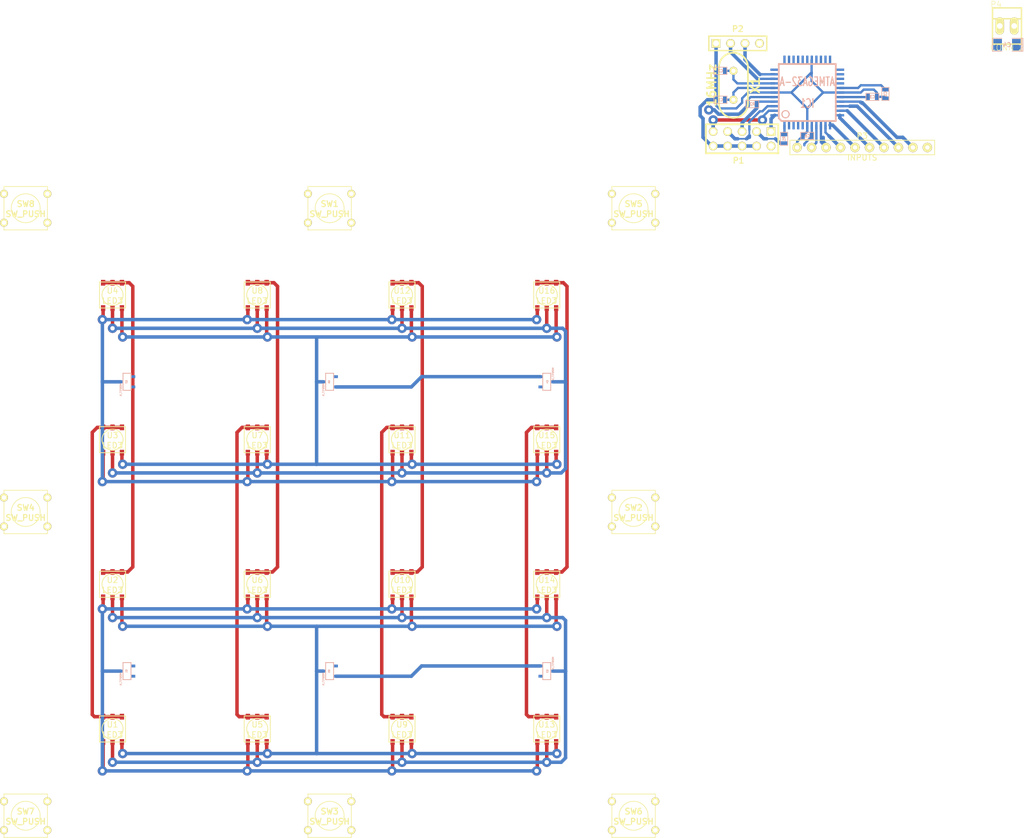
<source format=kicad_pcb>
(kicad_pcb (version 3) (host pcbnew "(2013-03-19 BZR 4004)-stable")

  (general
    (links 189)
    (no_connects 76)
    (area 70.738999 97.99955 196.217116 212.661501)
    (thickness 1.6)
    (drawings 40)
    (tracks 416)
    (zones 0)
    (modules 44)
    (nets 42)
  )

  (page A3)
  (layers
    (15 Dessus.Cu signal)
    (0 Dessous.Cu signal)
    (16 Dessous.Adhes user)
    (17 Dessus.Adhes user)
    (18 Dessous.Pate user)
    (19 Dessus.Pate user)
    (20 Dessous.SilkS user)
    (21 Dessus.SilkS user)
    (22 Dessous.Masque user)
    (23 Dessus.Masque user)
    (24 Dessin.User user)
    (25 Cmts.User user)
    (26 Eco1.User user)
    (27 Eco2.User user)
    (28 Contours.Ci user)
  )

  (setup
    (last_trace_width 0.6096)
    (user_trace_width 0.3048)
    (user_trace_width 0.4064)
    (user_trace_width 0.6096)
    (user_trace_width 0.8128)
    (user_trace_width 1.6256)
    (trace_clearance 0.254)
    (zone_clearance 0.508)
    (zone_45_only no)
    (trace_min 0.254)
    (segment_width 0.2)
    (edge_width 0.15)
    (via_size 1.651)
    (via_drill 0.762)
    (via_min_size 0.889)
    (via_min_drill 0.508)
    (uvia_size 0.508)
    (uvia_drill 0.127)
    (uvias_allowed no)
    (uvia_min_size 0.508)
    (uvia_min_drill 0.127)
    (pcb_text_width 0.3)
    (pcb_text_size 1 1)
    (mod_edge_width 0.15)
    (mod_text_size 1 1)
    (mod_text_width 0.15)
    (pad_size 1.651 1.651)
    (pad_drill 0.889)
    (pad_to_mask_clearance 0)
    (aux_axis_origin 0 0)
    (visible_elements 7FFFFFFF)
    (pcbplotparams
      (layerselection 3178497)
      (usegerberextensions true)
      (excludeedgelayer true)
      (linewidth 152400)
      (plotframeref false)
      (viasonmask false)
      (mode 1)
      (useauxorigin false)
      (hpglpennumber 1)
      (hpglpenspeed 20)
      (hpglpendiameter 15)
      (hpglpenoverlay 2)
      (psnegative false)
      (psa4output false)
      (plotreference true)
      (plotvalue true)
      (plotothertext true)
      (plotinvisibletext false)
      (padsonsilk false)
      (subtractmaskfromsilk false)
      (outputformat 1)
      (mirror false)
      (drillshape 1)
      (scaleselection 1)
      (outputdirectory ""))
  )

  (net 0 "")
  (net 1 +5V)
  (net 2 /A_RESET)
  (net 3 /L1)
  (net 4 /L2)
  (net 5 /L3)
  (net 6 /L4)
  (net 7 /L5)
  (net 8 /L6)
  (net 9 /L7)
  (net 10 /L8)
  (net 11 /SPI_CLK)
  (net 12 /SPI_MISO)
  (net 13 /SPI_MOSI)
  (net 14 /SPI_SS)
  (net 15 /T1)
  (net 16 /T2)
  (net 17 /T3)
  (net 18 /T4)
  (net 19 /T5)
  (net 20 /T6)
  (net 21 GND)
  (net 22 N-000001)
  (net 23 N-000002)
  (net 24 N-0000020)
  (net 25 N-000003)
  (net 26 N-0000030)
  (net 27 N-0000031)
  (net 28 N-0000032)
  (net 29 N-0000033)
  (net 30 N-0000034)
  (net 31 N-0000035)
  (net 32 N-0000036)
  (net 33 N-0000037)
  (net 34 N-0000038)
  (net 35 N-0000039)
  (net 36 N-0000040)
  (net 37 N-0000041)
  (net 38 N-0000042)
  (net 39 N-0000043)
  (net 40 N-0000044)
  (net 41 N-0000045)

  (net_class Default "Ceci est la Netclass par défaut"
    (clearance 0.254)
    (trace_width 0.254)
    (via_dia 1.651)
    (via_drill 0.762)
    (uvia_dia 0.508)
    (uvia_drill 0.127)
    (add_net "")
    (add_net +5V)
    (add_net /A_RESET)
    (add_net /L1)
    (add_net /L2)
    (add_net /L3)
    (add_net /L4)
    (add_net /L5)
    (add_net /L6)
    (add_net /L7)
    (add_net /L8)
    (add_net /SPI_CLK)
    (add_net /SPI_MISO)
    (add_net /SPI_MOSI)
    (add_net /SPI_SS)
    (add_net /T1)
    (add_net /T2)
    (add_net /T3)
    (add_net /T4)
    (add_net /T5)
    (add_net /T6)
    (add_net GND)
    (add_net N-000001)
    (add_net N-000002)
    (add_net N-0000020)
    (add_net N-000003)
    (add_net N-0000030)
    (add_net N-0000031)
    (add_net N-0000032)
    (add_net N-0000033)
    (add_net N-0000034)
    (add_net N-0000035)
    (add_net N-0000036)
    (add_net N-0000037)
    (add_net N-0000038)
    (add_net N-0000039)
    (add_net N-0000040)
    (add_net N-0000041)
    (add_net N-0000042)
    (add_net N-0000043)
    (add_net N-0000044)
    (add_net N-0000045)
  )

  (module BSH103 (layer Dessous.Cu) (tedit 530A732D) (tstamp 53962A78)
    (at 111.76 165.1 90)
    (path /5395F5F9)
    (fp_text reference Q4 (at 0 0.1 90) (layer Dessous.SilkS)
      (effects (font (size 0.3 0.3) (thickness 0.075)) (justify mirror))
    )
    (fp_text value MOSFET_N (at 1.4 1.1 90) (layer Dessous.SilkS)
      (effects (font (size 0.3 0.3) (thickness 0.075)) (justify mirror))
    )
    (fp_line (start 1.5 0.7) (end 1.5 -0.7) (layer Dessous.SilkS) (width 0.15))
    (fp_line (start 1.5 -0.7) (end -1.5 -0.7) (layer Dessous.SilkS) (width 0.15))
    (fp_line (start -1.5 -0.7) (end -1.5 0.7) (layer Dessous.SilkS) (width 0.15))
    (fp_line (start -1.5 0.7) (end 1.5 0.7) (layer Dessous.SilkS) (width 0.15))
    (pad G smd rect (at -0.9 -1.1 90) (size 0.5 0.7)
      (layers Dessous.Cu Dessous.Pate Dessous.Masque)
      (net 16 /T2)
    )
    (pad D smd rect (at 0 1.1 90) (size 0.5 0.7)
      (layers Dessous.Cu Dessous.Pate Dessous.Masque)
      (net 27 N-0000031)
    )
    (pad S smd rect (at 0.9 -1.1 90) (size 0.5 0.7)
      (layers Dessous.Cu Dessous.Pate Dessous.Masque)
      (net 21 GND)
    )
  )

  (module BSH103 (layer Dessous.Cu) (tedit 530A732D) (tstamp 5395F993)
    (at 38.1 215.9 270)
    (path /53961141)
    (fp_text reference Q1 (at 0 0.1 270) (layer Dessous.SilkS)
      (effects (font (size 0.3 0.3) (thickness 0.075)) (justify mirror))
    )
    (fp_text value MOSFET_N (at 1.4 1.1 270) (layer Dessous.SilkS)
      (effects (font (size 0.3 0.3) (thickness 0.075)) (justify mirror))
    )
    (fp_line (start 1.5 0.7) (end 1.5 -0.7) (layer Dessous.SilkS) (width 0.15))
    (fp_line (start 1.5 -0.7) (end -1.5 -0.7) (layer Dessous.SilkS) (width 0.15))
    (fp_line (start -1.5 -0.7) (end -1.5 0.7) (layer Dessous.SilkS) (width 0.15))
    (fp_line (start -1.5 0.7) (end 1.5 0.7) (layer Dessous.SilkS) (width 0.15))
    (pad G smd rect (at -0.9 -1.1 270) (size 0.5 0.7)
      (layers Dessous.Cu Dessous.Pate Dessous.Masque)
      (net 18 /T4)
    )
    (pad D smd rect (at 0 1.1 270) (size 0.5 0.7)
      (layers Dessous.Cu Dessous.Pate Dessous.Masque)
      (net 22 N-000001)
    )
    (pad S smd rect (at 0.9 -1.1 270) (size 0.5 0.7)
      (layers Dessous.Cu Dessous.Pate Dessous.Masque)
      (net 21 GND)
    )
  )

  (module BSH103 (layer Dessous.Cu) (tedit 530A732D) (tstamp 5395F988)
    (at 73.66 215.9 270)
    (path /53961147)
    (fp_text reference Q5 (at 0 0.1 270) (layer Dessous.SilkS)
      (effects (font (size 0.3 0.3) (thickness 0.075)) (justify mirror))
    )
    (fp_text value MOSFET_N (at 1.4 1.1 270) (layer Dessous.SilkS)
      (effects (font (size 0.3 0.3) (thickness 0.075)) (justify mirror))
    )
    (fp_line (start 1.5 0.7) (end 1.5 -0.7) (layer Dessous.SilkS) (width 0.15))
    (fp_line (start 1.5 -0.7) (end -1.5 -0.7) (layer Dessous.SilkS) (width 0.15))
    (fp_line (start -1.5 -0.7) (end -1.5 0.7) (layer Dessous.SilkS) (width 0.15))
    (fp_line (start -1.5 0.7) (end 1.5 0.7) (layer Dessous.SilkS) (width 0.15))
    (pad G smd rect (at -0.9 -1.1 270) (size 0.5 0.7)
      (layers Dessous.Cu Dessous.Pate Dessous.Masque)
      (net 20 /T6)
    )
    (pad D smd rect (at 0 1.1 270) (size 0.5 0.7)
      (layers Dessous.Cu Dessous.Pate Dessous.Masque)
      (net 23 N-000002)
    )
    (pad S smd rect (at 0.9 -1.1 270) (size 0.5 0.7)
      (layers Dessous.Cu Dessous.Pate Dessous.Masque)
      (net 21 GND)
    )
  )

  (module BSH103 (layer Dessous.Cu) (tedit 530A732D) (tstamp 5395F97D)
    (at 111.76 215.9 90)
    (path /5396114D)
    (fp_text reference Q3 (at 0 0.1 90) (layer Dessous.SilkS)
      (effects (font (size 0.3 0.3) (thickness 0.075)) (justify mirror))
    )
    (fp_text value MOSFET_N (at 1.4 1.1 90) (layer Dessous.SilkS)
      (effects (font (size 0.3 0.3) (thickness 0.075)) (justify mirror))
    )
    (fp_line (start 1.5 0.7) (end 1.5 -0.7) (layer Dessous.SilkS) (width 0.15))
    (fp_line (start 1.5 -0.7) (end -1.5 -0.7) (layer Dessous.SilkS) (width 0.15))
    (fp_line (start -1.5 -0.7) (end -1.5 0.7) (layer Dessous.SilkS) (width 0.15))
    (fp_line (start -1.5 0.7) (end 1.5 0.7) (layer Dessous.SilkS) (width 0.15))
    (pad G smd rect (at -0.9 -1.1 90) (size 0.5 0.7)
      (layers Dessous.Cu Dessous.Pate Dessous.Masque)
      (net 19 /T5)
    )
    (pad D smd rect (at 0 1.1 90) (size 0.5 0.7)
      (layers Dessous.Cu Dessous.Pate Dessous.Masque)
      (net 25 N-000003)
    )
    (pad S smd rect (at 0.9 -1.1 90) (size 0.5 0.7)
      (layers Dessous.Cu Dessous.Pate Dessous.Masque)
      (net 21 GND)
    )
  )

  (module BSH103 (layer Dessous.Cu) (tedit 530A732D) (tstamp 53962A84)
    (at 73.66 165.1 270)
    (path /5395F5F3)
    (fp_text reference Q6 (at 0 0.1 270) (layer Dessous.SilkS)
      (effects (font (size 0.3 0.3) (thickness 0.075)) (justify mirror))
    )
    (fp_text value MOSFET_N (at 1.4 1.1 270) (layer Dessous.SilkS)
      (effects (font (size 0.3 0.3) (thickness 0.075)) (justify mirror))
    )
    (fp_line (start 1.5 0.7) (end 1.5 -0.7) (layer Dessous.SilkS) (width 0.15))
    (fp_line (start 1.5 -0.7) (end -1.5 -0.7) (layer Dessous.SilkS) (width 0.15))
    (fp_line (start -1.5 -0.7) (end -1.5 0.7) (layer Dessous.SilkS) (width 0.15))
    (fp_line (start -1.5 0.7) (end 1.5 0.7) (layer Dessous.SilkS) (width 0.15))
    (pad G smd rect (at -0.9 -1.1 270) (size 0.5 0.7)
      (layers Dessous.Cu Dessous.Pate Dessous.Masque)
      (net 17 /T3)
    )
    (pad D smd rect (at 0 1.1 270) (size 0.5 0.7)
      (layers Dessous.Cu Dessous.Pate Dessous.Masque)
      (net 41 N-0000045)
    )
    (pad S smd rect (at 0.9 -1.1 270) (size 0.5 0.7)
      (layers Dessous.Cu Dessous.Pate Dessous.Masque)
      (net 21 GND)
    )
  )

  (module BSH103 (layer Dessous.Cu) (tedit 530A732D) (tstamp 53962A6C)
    (at 38.1 165.1 270)
    (path /5395F5E6)
    (fp_text reference Q2 (at 0 0.1 270) (layer Dessous.SilkS)
      (effects (font (size 0.3 0.3) (thickness 0.075)) (justify mirror))
    )
    (fp_text value MOSFET_N (at 1.4 1.1 270) (layer Dessous.SilkS)
      (effects (font (size 0.3 0.3) (thickness 0.075)) (justify mirror))
    )
    (fp_line (start 1.5 0.7) (end 1.5 -0.7) (layer Dessous.SilkS) (width 0.15))
    (fp_line (start 1.5 -0.7) (end -1.5 -0.7) (layer Dessous.SilkS) (width 0.15))
    (fp_line (start -1.5 -0.7) (end -1.5 0.7) (layer Dessous.SilkS) (width 0.15))
    (fp_line (start -1.5 0.7) (end 1.5 0.7) (layer Dessous.SilkS) (width 0.15))
    (pad G smd rect (at -0.9 -1.1 270) (size 0.5 0.7)
      (layers Dessous.Cu Dessous.Pate Dessous.Masque)
      (net 15 /T1)
    )
    (pad D smd rect (at 0 1.1 270) (size 0.5 0.7)
      (layers Dessous.Cu Dessous.Pate Dessous.Masque)
      (net 26 N-0000030)
    )
    (pad S smd rect (at 0.9 -1.1 270) (size 0.5 0.7)
      (layers Dessous.Cu Dessous.Pate Dessous.Masque)
      (net 21 GND)
    )
  )

  (module CONN_10 (layer Dessus.Cu) (tedit 5395F666) (tstamp 5395F95C)
    (at 167.132 123.952)
    (path /5395E88B)
    (fp_text reference P3 (at 0 -2.032) (layer Dessus.SilkS)
      (effects (font (size 1 1) (thickness 0.15)))
    )
    (fp_text value INPUTS (at 0 1.778) (layer Dessus.SilkS)
      (effects (font (size 1 1) (thickness 0.15)))
    )
    (fp_line (start -12.7 -1.27) (end -12.7 1.27) (layer Dessus.SilkS) (width 0.15))
    (fp_line (start -12.7 1.27) (end 12.7 1.27) (layer Dessus.SilkS) (width 0.15))
    (fp_line (start 12.7 1.27) (end 12.7 -1.27) (layer Dessus.SilkS) (width 0.15))
    (fp_line (start 12.7 -1.27) (end -12.7 -1.27) (layer Dessus.SilkS) (width 0.15))
    (pad 1 thru_hole circle (at -11.43 0) (size 1.651 1.651) (drill 0.762)
      (layers *.Cu *.Mask Dessus.SilkS)
      (net 21 GND)
    )
    (pad 2 thru_hole circle (at -8.89 0) (size 1.651 1.651) (drill 0.762)
      (layers *.Cu *.Mask Dessus.SilkS)
      (net 29 N-0000033)
    )
    (pad 3 thru_hole circle (at -6.35 0) (size 1.651 1.651) (drill 0.762)
      (layers *.Cu *.Mask Dessus.SilkS)
      (net 30 N-0000034)
    )
    (pad 4 thru_hole circle (at -3.81 0) (size 1.651 1.651) (drill 0.762)
      (layers *.Cu *.Mask Dessus.SilkS)
      (net 31 N-0000035)
    )
    (pad 5 thru_hole circle (at -1.27 0) (size 1.651 1.651) (drill 0.762)
      (layers *.Cu *.Mask Dessus.SilkS)
      (net 32 N-0000036)
    )
    (pad 6 thru_hole circle (at 1.27 0) (size 1.651 1.651) (drill 0.762)
      (layers *.Cu *.Mask Dessus.SilkS)
      (net 33 N-0000037)
    )
    (pad 7 thru_hole circle (at 3.81 0) (size 1.651 1.651) (drill 0.762)
      (layers *.Cu *.Mask Dessus.SilkS)
      (net 34 N-0000038)
    )
    (pad 8 thru_hole circle (at 6.35 0) (size 1.651 1.651) (drill 0.762)
      (layers *.Cu *.Mask Dessus.SilkS)
      (net 35 N-0000039)
    )
    (pad 9 thru_hole circle (at 8.89 0) (size 1.651 1.651) (drill 0.762)
      (layers *.Cu *.Mask Dessus.SilkS)
      (net 36 N-0000040)
    )
    (pad 10 thru_hole circle (at 11.43 0) (size 1.651 1.651) (drill 0.762)
      (layers *.Cu *.Mask Dessus.SilkS)
      (net 1 +5V)
    )
  )

  (module HC-49V (layer Dessus.Cu) (tedit 4C5EC450) (tstamp 5395F94A)
    (at 144.526 113.03 270)
    (descr "Quartz boitier HC-49 Vertical")
    (tags "QUARTZ DEV")
    (path /5395E606)
    (autoplace_cost180 10)
    (fp_text reference X1 (at 0 -3.81 270) (layer Dessus.SilkS)
      (effects (font (size 1.524 1.524) (thickness 0.3048)))
    )
    (fp_text value 16MHz (at 0 3.81 270) (layer Dessus.SilkS)
      (effects (font (size 1.524 1.524) (thickness 0.3048)))
    )
    (fp_line (start -3.175 2.54) (end 3.175 2.54) (layer Dessus.SilkS) (width 0.3175))
    (fp_line (start -3.175 -2.54) (end 3.175 -2.54) (layer Dessus.SilkS) (width 0.3175))
    (fp_arc (start 3.175 0) (end 3.175 -2.54) (angle 90) (layer Dessus.SilkS) (width 0.3175))
    (fp_arc (start 3.175 0) (end 5.715 0) (angle 90) (layer Dessus.SilkS) (width 0.3175))
    (fp_arc (start -3.175 0) (end -5.715 0) (angle 90) (layer Dessus.SilkS) (width 0.3175))
    (fp_arc (start -3.175 0) (end -3.175 2.54) (angle 90) (layer Dessus.SilkS) (width 0.3175))
    (pad 1 thru_hole circle (at -2.54 0 270) (size 1.4224 1.4224) (drill 0.762)
      (layers *.Cu *.Mask Dessus.SilkS)
      (net 40 N-0000044)
    )
    (pad 2 thru_hole circle (at 2.54 0 270) (size 1.4224 1.4224) (drill 0.762)
      (layers *.Cu *.Mask Dessus.SilkS)
      (net 39 N-0000043)
    )
    (model discret/xtal/crystal_hc18u_vertical.wrl
      (at (xyz 0 0 0))
      (scale (xyz 1 1 0.2))
      (rotate (xyz 0 0 0))
    )
  )

  (module LED3 (layer Dessus.Cu) (tedit 539625D8) (tstamp 5395F93E)
    (at 111.76 149.86)
    (path /5395F798)
    (fp_text reference U16 (at 0 -0.762) (layer Dessus.SilkS)
      (effects (font (size 1 1) (thickness 0.15)))
    )
    (fp_text value LED3 (at 0 1.016) (layer Dessus.SilkS)
      (effects (font (size 1 1) (thickness 0.15)))
    )
    (fp_circle (center 0 0) (end 0.508 1.778) (layer Dessus.SilkS) (width 0.15))
    (fp_line (start -2.286 2.286) (end -2.286 -2.286) (layer Dessus.SilkS) (width 0.15))
    (fp_line (start -2.286 -2.286) (end 2.286 -2.286) (layer Dessus.SilkS) (width 0.15))
    (fp_line (start 2.286 -2.286) (end 2.286 2.286) (layer Dessus.SilkS) (width 0.15))
    (fp_line (start 2.286 2.286) (end -2.286 2.286) (layer Dessus.SilkS) (width 0.15))
    (pad 1 smd rect (at -1.651 -2.159) (size 0.762 1.016)
      (layers Dessus.Cu Dessus.Pate Dessus.Masque)
      (net 6 /L4)
    )
    (pad 2 smd rect (at 0 -2.159) (size 0.762 1.016)
      (layers Dessus.Cu Dessus.Pate Dessus.Masque)
      (net 6 /L4)
    )
    (pad 3 smd rect (at 1.651 -2.159) (size 0.762 1.016)
      (layers Dessus.Cu Dessus.Pate Dessus.Masque)
      (net 6 /L4)
    )
    (pad 4 smd rect (at -1.651 2.286) (size 0.762 1.016)
      (layers Dessus.Cu Dessus.Pate Dessus.Masque)
      (net 26 N-0000030)
    )
    (pad 5 smd rect (at 0 2.286) (size 0.762 1.016)
      (layers Dessus.Cu Dessus.Pate Dessus.Masque)
      (net 27 N-0000031)
    )
    (pad 6 smd rect (at 1.651 2.286) (size 0.762 1.016)
      (layers Dessus.Cu Dessus.Pate Dessus.Masque)
      (net 41 N-0000045)
    )
  )

  (module LED3 (layer Dessus.Cu) (tedit 539625D8) (tstamp 5395F92F)
    (at 86.36 149.86)
    (path /5395F7CC)
    (fp_text reference U12 (at 0 -0.762) (layer Dessus.SilkS)
      (effects (font (size 1 1) (thickness 0.15)))
    )
    (fp_text value LED3 (at 0 1.016) (layer Dessus.SilkS)
      (effects (font (size 1 1) (thickness 0.15)))
    )
    (fp_circle (center 0 0) (end 0.508 1.778) (layer Dessus.SilkS) (width 0.15))
    (fp_line (start -2.286 2.286) (end -2.286 -2.286) (layer Dessus.SilkS) (width 0.15))
    (fp_line (start -2.286 -2.286) (end 2.286 -2.286) (layer Dessus.SilkS) (width 0.15))
    (fp_line (start 2.286 -2.286) (end 2.286 2.286) (layer Dessus.SilkS) (width 0.15))
    (fp_line (start 2.286 2.286) (end -2.286 2.286) (layer Dessus.SilkS) (width 0.15))
    (pad 1 smd rect (at -1.651 -2.159) (size 0.762 1.016)
      (layers Dessus.Cu Dessus.Pate Dessus.Masque)
      (net 5 /L3)
    )
    (pad 2 smd rect (at 0 -2.159) (size 0.762 1.016)
      (layers Dessus.Cu Dessus.Pate Dessus.Masque)
      (net 5 /L3)
    )
    (pad 3 smd rect (at 1.651 -2.159) (size 0.762 1.016)
      (layers Dessus.Cu Dessus.Pate Dessus.Masque)
      (net 5 /L3)
    )
    (pad 4 smd rect (at -1.651 2.286) (size 0.762 1.016)
      (layers Dessus.Cu Dessus.Pate Dessus.Masque)
      (net 26 N-0000030)
    )
    (pad 5 smd rect (at 0 2.286) (size 0.762 1.016)
      (layers Dessus.Cu Dessus.Pate Dessus.Masque)
      (net 27 N-0000031)
    )
    (pad 6 smd rect (at 1.651 2.286) (size 0.762 1.016)
      (layers Dessus.Cu Dessus.Pate Dessus.Masque)
      (net 41 N-0000045)
    )
  )

  (module LED3 (layer Dessus.Cu) (tedit 539625D8) (tstamp 5395F920)
    (at 60.96 149.86)
    (path /5395F7D2)
    (fp_text reference U8 (at 0 -0.762) (layer Dessus.SilkS)
      (effects (font (size 1 1) (thickness 0.15)))
    )
    (fp_text value LED3 (at 0 1.016) (layer Dessus.SilkS)
      (effects (font (size 1 1) (thickness 0.15)))
    )
    (fp_circle (center 0 0) (end 0.508 1.778) (layer Dessus.SilkS) (width 0.15))
    (fp_line (start -2.286 2.286) (end -2.286 -2.286) (layer Dessus.SilkS) (width 0.15))
    (fp_line (start -2.286 -2.286) (end 2.286 -2.286) (layer Dessus.SilkS) (width 0.15))
    (fp_line (start 2.286 -2.286) (end 2.286 2.286) (layer Dessus.SilkS) (width 0.15))
    (fp_line (start 2.286 2.286) (end -2.286 2.286) (layer Dessus.SilkS) (width 0.15))
    (pad 1 smd rect (at -1.651 -2.159) (size 0.762 1.016)
      (layers Dessus.Cu Dessus.Pate Dessus.Masque)
      (net 4 /L2)
    )
    (pad 2 smd rect (at 0 -2.159) (size 0.762 1.016)
      (layers Dessus.Cu Dessus.Pate Dessus.Masque)
      (net 4 /L2)
    )
    (pad 3 smd rect (at 1.651 -2.159) (size 0.762 1.016)
      (layers Dessus.Cu Dessus.Pate Dessus.Masque)
      (net 4 /L2)
    )
    (pad 4 smd rect (at -1.651 2.286) (size 0.762 1.016)
      (layers Dessus.Cu Dessus.Pate Dessus.Masque)
      (net 26 N-0000030)
    )
    (pad 5 smd rect (at 0 2.286) (size 0.762 1.016)
      (layers Dessus.Cu Dessus.Pate Dessus.Masque)
      (net 27 N-0000031)
    )
    (pad 6 smd rect (at 1.651 2.286) (size 0.762 1.016)
      (layers Dessus.Cu Dessus.Pate Dessus.Masque)
      (net 41 N-0000045)
    )
  )

  (module LED3 (layer Dessus.Cu) (tedit 539625D8) (tstamp 5395F911)
    (at 35.56 149.86)
    (path /5395F7D8)
    (fp_text reference U4 (at 0 -0.762) (layer Dessus.SilkS)
      (effects (font (size 1 1) (thickness 0.15)))
    )
    (fp_text value LED3 (at 0 1.016) (layer Dessus.SilkS)
      (effects (font (size 1 1) (thickness 0.15)))
    )
    (fp_circle (center 0 0) (end 0.508 1.778) (layer Dessus.SilkS) (width 0.15))
    (fp_line (start -2.286 2.286) (end -2.286 -2.286) (layer Dessus.SilkS) (width 0.15))
    (fp_line (start -2.286 -2.286) (end 2.286 -2.286) (layer Dessus.SilkS) (width 0.15))
    (fp_line (start 2.286 -2.286) (end 2.286 2.286) (layer Dessus.SilkS) (width 0.15))
    (fp_line (start 2.286 2.286) (end -2.286 2.286) (layer Dessus.SilkS) (width 0.15))
    (pad 1 smd rect (at -1.651 -2.159) (size 0.762 1.016)
      (layers Dessus.Cu Dessus.Pate Dessus.Masque)
      (net 3 /L1)
    )
    (pad 2 smd rect (at 0 -2.159) (size 0.762 1.016)
      (layers Dessus.Cu Dessus.Pate Dessus.Masque)
      (net 3 /L1)
    )
    (pad 3 smd rect (at 1.651 -2.159) (size 0.762 1.016)
      (layers Dessus.Cu Dessus.Pate Dessus.Masque)
      (net 3 /L1)
    )
    (pad 4 smd rect (at -1.651 2.286) (size 0.762 1.016)
      (layers Dessus.Cu Dessus.Pate Dessus.Masque)
      (net 26 N-0000030)
    )
    (pad 5 smd rect (at 0 2.286) (size 0.762 1.016)
      (layers Dessus.Cu Dessus.Pate Dessus.Masque)
      (net 27 N-0000031)
    )
    (pad 6 smd rect (at 1.651 2.286) (size 0.762 1.016)
      (layers Dessus.Cu Dessus.Pate Dessus.Masque)
      (net 41 N-0000045)
    )
  )

  (module LED3 (layer Dessus.Cu) (tedit 539625D8) (tstamp 5395F902)
    (at 111.76 175.26)
    (path /5395F7DE)
    (fp_text reference U15 (at 0 -0.762) (layer Dessus.SilkS)
      (effects (font (size 1 1) (thickness 0.15)))
    )
    (fp_text value LED3 (at 0 1.016) (layer Dessus.SilkS)
      (effects (font (size 1 1) (thickness 0.15)))
    )
    (fp_circle (center 0 0) (end 0.508 1.778) (layer Dessus.SilkS) (width 0.15))
    (fp_line (start -2.286 2.286) (end -2.286 -2.286) (layer Dessus.SilkS) (width 0.15))
    (fp_line (start -2.286 -2.286) (end 2.286 -2.286) (layer Dessus.SilkS) (width 0.15))
    (fp_line (start 2.286 -2.286) (end 2.286 2.286) (layer Dessus.SilkS) (width 0.15))
    (fp_line (start 2.286 2.286) (end -2.286 2.286) (layer Dessus.SilkS) (width 0.15))
    (pad 1 smd rect (at -1.651 -2.159) (size 0.762 1.016)
      (layers Dessus.Cu Dessus.Pate Dessus.Masque)
      (net 10 /L8)
    )
    (pad 2 smd rect (at 0 -2.159) (size 0.762 1.016)
      (layers Dessus.Cu Dessus.Pate Dessus.Masque)
      (net 10 /L8)
    )
    (pad 3 smd rect (at 1.651 -2.159) (size 0.762 1.016)
      (layers Dessus.Cu Dessus.Pate Dessus.Masque)
      (net 10 /L8)
    )
    (pad 4 smd rect (at -1.651 2.286) (size 0.762 1.016)
      (layers Dessus.Cu Dessus.Pate Dessus.Masque)
      (net 26 N-0000030)
    )
    (pad 5 smd rect (at 0 2.286) (size 0.762 1.016)
      (layers Dessus.Cu Dessus.Pate Dessus.Masque)
      (net 27 N-0000031)
    )
    (pad 6 smd rect (at 1.651 2.286) (size 0.762 1.016)
      (layers Dessus.Cu Dessus.Pate Dessus.Masque)
      (net 41 N-0000045)
    )
  )

  (module LED3 (layer Dessus.Cu) (tedit 539625D8) (tstamp 5395F8F3)
    (at 86.36 175.26)
    (path /5395F7E4)
    (fp_text reference U11 (at 0 -0.762) (layer Dessus.SilkS)
      (effects (font (size 1 1) (thickness 0.15)))
    )
    (fp_text value LED3 (at 0 1.016) (layer Dessus.SilkS)
      (effects (font (size 1 1) (thickness 0.15)))
    )
    (fp_circle (center 0 0) (end 0.508 1.778) (layer Dessus.SilkS) (width 0.15))
    (fp_line (start -2.286 2.286) (end -2.286 -2.286) (layer Dessus.SilkS) (width 0.15))
    (fp_line (start -2.286 -2.286) (end 2.286 -2.286) (layer Dessus.SilkS) (width 0.15))
    (fp_line (start 2.286 -2.286) (end 2.286 2.286) (layer Dessus.SilkS) (width 0.15))
    (fp_line (start 2.286 2.286) (end -2.286 2.286) (layer Dessus.SilkS) (width 0.15))
    (pad 1 smd rect (at -1.651 -2.159) (size 0.762 1.016)
      (layers Dessus.Cu Dessus.Pate Dessus.Masque)
      (net 9 /L7)
    )
    (pad 2 smd rect (at 0 -2.159) (size 0.762 1.016)
      (layers Dessus.Cu Dessus.Pate Dessus.Masque)
      (net 9 /L7)
    )
    (pad 3 smd rect (at 1.651 -2.159) (size 0.762 1.016)
      (layers Dessus.Cu Dessus.Pate Dessus.Masque)
      (net 9 /L7)
    )
    (pad 4 smd rect (at -1.651 2.286) (size 0.762 1.016)
      (layers Dessus.Cu Dessus.Pate Dessus.Masque)
      (net 26 N-0000030)
    )
    (pad 5 smd rect (at 0 2.286) (size 0.762 1.016)
      (layers Dessus.Cu Dessus.Pate Dessus.Masque)
      (net 27 N-0000031)
    )
    (pad 6 smd rect (at 1.651 2.286) (size 0.762 1.016)
      (layers Dessus.Cu Dessus.Pate Dessus.Masque)
      (net 41 N-0000045)
    )
  )

  (module LED3 (layer Dessus.Cu) (tedit 539625D8) (tstamp 5395F8E4)
    (at 60.96 175.26)
    (path /5395F7EA)
    (fp_text reference U7 (at 0 -0.762) (layer Dessus.SilkS)
      (effects (font (size 1 1) (thickness 0.15)))
    )
    (fp_text value LED3 (at 0 1.016) (layer Dessus.SilkS)
      (effects (font (size 1 1) (thickness 0.15)))
    )
    (fp_circle (center 0 0) (end 0.508 1.778) (layer Dessus.SilkS) (width 0.15))
    (fp_line (start -2.286 2.286) (end -2.286 -2.286) (layer Dessus.SilkS) (width 0.15))
    (fp_line (start -2.286 -2.286) (end 2.286 -2.286) (layer Dessus.SilkS) (width 0.15))
    (fp_line (start 2.286 -2.286) (end 2.286 2.286) (layer Dessus.SilkS) (width 0.15))
    (fp_line (start 2.286 2.286) (end -2.286 2.286) (layer Dessus.SilkS) (width 0.15))
    (pad 1 smd rect (at -1.651 -2.159) (size 0.762 1.016)
      (layers Dessus.Cu Dessus.Pate Dessus.Masque)
      (net 8 /L6)
    )
    (pad 2 smd rect (at 0 -2.159) (size 0.762 1.016)
      (layers Dessus.Cu Dessus.Pate Dessus.Masque)
      (net 8 /L6)
    )
    (pad 3 smd rect (at 1.651 -2.159) (size 0.762 1.016)
      (layers Dessus.Cu Dessus.Pate Dessus.Masque)
      (net 8 /L6)
    )
    (pad 4 smd rect (at -1.651 2.286) (size 0.762 1.016)
      (layers Dessus.Cu Dessus.Pate Dessus.Masque)
      (net 26 N-0000030)
    )
    (pad 5 smd rect (at 0 2.286) (size 0.762 1.016)
      (layers Dessus.Cu Dessus.Pate Dessus.Masque)
      (net 27 N-0000031)
    )
    (pad 6 smd rect (at 1.651 2.286) (size 0.762 1.016)
      (layers Dessus.Cu Dessus.Pate Dessus.Masque)
      (net 41 N-0000045)
    )
  )

  (module LED3 (layer Dessus.Cu) (tedit 539625D8) (tstamp 5395F8D5)
    (at 35.56 175.26)
    (path /5395F7F6)
    (fp_text reference U3 (at 0 -0.762) (layer Dessus.SilkS)
      (effects (font (size 1 1) (thickness 0.15)))
    )
    (fp_text value LED3 (at 0 1.016) (layer Dessus.SilkS)
      (effects (font (size 1 1) (thickness 0.15)))
    )
    (fp_circle (center 0 0) (end 0.508 1.778) (layer Dessus.SilkS) (width 0.15))
    (fp_line (start -2.286 2.286) (end -2.286 -2.286) (layer Dessus.SilkS) (width 0.15))
    (fp_line (start -2.286 -2.286) (end 2.286 -2.286) (layer Dessus.SilkS) (width 0.15))
    (fp_line (start 2.286 -2.286) (end 2.286 2.286) (layer Dessus.SilkS) (width 0.15))
    (fp_line (start 2.286 2.286) (end -2.286 2.286) (layer Dessus.SilkS) (width 0.15))
    (pad 1 smd rect (at -1.651 -2.159) (size 0.762 1.016)
      (layers Dessus.Cu Dessus.Pate Dessus.Masque)
      (net 7 /L5)
    )
    (pad 2 smd rect (at 0 -2.159) (size 0.762 1.016)
      (layers Dessus.Cu Dessus.Pate Dessus.Masque)
      (net 7 /L5)
    )
    (pad 3 smd rect (at 1.651 -2.159) (size 0.762 1.016)
      (layers Dessus.Cu Dessus.Pate Dessus.Masque)
      (net 7 /L5)
    )
    (pad 4 smd rect (at -1.651 2.286) (size 0.762 1.016)
      (layers Dessus.Cu Dessus.Pate Dessus.Masque)
      (net 26 N-0000030)
    )
    (pad 5 smd rect (at 0 2.286) (size 0.762 1.016)
      (layers Dessus.Cu Dessus.Pate Dessus.Masque)
      (net 27 N-0000031)
    )
    (pad 6 smd rect (at 1.651 2.286) (size 0.762 1.016)
      (layers Dessus.Cu Dessus.Pate Dessus.Masque)
      (net 41 N-0000045)
    )
  )

  (module LED3 (layer Dessus.Cu) (tedit 539625D8) (tstamp 5395F8C6)
    (at 86.36 200.66)
    (path /53961159)
    (fp_text reference U10 (at 0 -0.762) (layer Dessus.SilkS)
      (effects (font (size 1 1) (thickness 0.15)))
    )
    (fp_text value LED3 (at 0 1.016) (layer Dessus.SilkS)
      (effects (font (size 1 1) (thickness 0.15)))
    )
    (fp_circle (center 0 0) (end 0.508 1.778) (layer Dessus.SilkS) (width 0.15))
    (fp_line (start -2.286 2.286) (end -2.286 -2.286) (layer Dessus.SilkS) (width 0.15))
    (fp_line (start -2.286 -2.286) (end 2.286 -2.286) (layer Dessus.SilkS) (width 0.15))
    (fp_line (start 2.286 -2.286) (end 2.286 2.286) (layer Dessus.SilkS) (width 0.15))
    (fp_line (start 2.286 2.286) (end -2.286 2.286) (layer Dessus.SilkS) (width 0.15))
    (pad 1 smd rect (at -1.651 -2.159) (size 0.762 1.016)
      (layers Dessus.Cu Dessus.Pate Dessus.Masque)
      (net 5 /L3)
    )
    (pad 2 smd rect (at 0 -2.159) (size 0.762 1.016)
      (layers Dessus.Cu Dessus.Pate Dessus.Masque)
      (net 5 /L3)
    )
    (pad 3 smd rect (at 1.651 -2.159) (size 0.762 1.016)
      (layers Dessus.Cu Dessus.Pate Dessus.Masque)
      (net 5 /L3)
    )
    (pad 4 smd rect (at -1.651 2.286) (size 0.762 1.016)
      (layers Dessus.Cu Dessus.Pate Dessus.Masque)
      (net 22 N-000001)
    )
    (pad 5 smd rect (at 0 2.286) (size 0.762 1.016)
      (layers Dessus.Cu Dessus.Pate Dessus.Masque)
      (net 25 N-000003)
    )
    (pad 6 smd rect (at 1.651 2.286) (size 0.762 1.016)
      (layers Dessus.Cu Dessus.Pate Dessus.Masque)
      (net 23 N-000002)
    )
  )

  (module LED3 (layer Dessus.Cu) (tedit 539625D8) (tstamp 5395F8B7)
    (at 60.96 200.66)
    (path /5396115F)
    (fp_text reference U6 (at 0 -0.762) (layer Dessus.SilkS)
      (effects (font (size 1 1) (thickness 0.15)))
    )
    (fp_text value LED3 (at 0 1.016) (layer Dessus.SilkS)
      (effects (font (size 1 1) (thickness 0.15)))
    )
    (fp_circle (center 0 0) (end 0.508 1.778) (layer Dessus.SilkS) (width 0.15))
    (fp_line (start -2.286 2.286) (end -2.286 -2.286) (layer Dessus.SilkS) (width 0.15))
    (fp_line (start -2.286 -2.286) (end 2.286 -2.286) (layer Dessus.SilkS) (width 0.15))
    (fp_line (start 2.286 -2.286) (end 2.286 2.286) (layer Dessus.SilkS) (width 0.15))
    (fp_line (start 2.286 2.286) (end -2.286 2.286) (layer Dessus.SilkS) (width 0.15))
    (pad 1 smd rect (at -1.651 -2.159) (size 0.762 1.016)
      (layers Dessus.Cu Dessus.Pate Dessus.Masque)
      (net 4 /L2)
    )
    (pad 2 smd rect (at 0 -2.159) (size 0.762 1.016)
      (layers Dessus.Cu Dessus.Pate Dessus.Masque)
      (net 4 /L2)
    )
    (pad 3 smd rect (at 1.651 -2.159) (size 0.762 1.016)
      (layers Dessus.Cu Dessus.Pate Dessus.Masque)
      (net 4 /L2)
    )
    (pad 4 smd rect (at -1.651 2.286) (size 0.762 1.016)
      (layers Dessus.Cu Dessus.Pate Dessus.Masque)
      (net 22 N-000001)
    )
    (pad 5 smd rect (at 0 2.286) (size 0.762 1.016)
      (layers Dessus.Cu Dessus.Pate Dessus.Masque)
      (net 25 N-000003)
    )
    (pad 6 smd rect (at 1.651 2.286) (size 0.762 1.016)
      (layers Dessus.Cu Dessus.Pate Dessus.Masque)
      (net 23 N-000002)
    )
  )

  (module LED3 (layer Dessus.Cu) (tedit 539625D8) (tstamp 5395F8A8)
    (at 35.56 200.66)
    (path /53961165)
    (fp_text reference U2 (at 0 -0.762) (layer Dessus.SilkS)
      (effects (font (size 1 1) (thickness 0.15)))
    )
    (fp_text value LED3 (at 0 1.016) (layer Dessus.SilkS)
      (effects (font (size 1 1) (thickness 0.15)))
    )
    (fp_circle (center 0 0) (end 0.508 1.778) (layer Dessus.SilkS) (width 0.15))
    (fp_line (start -2.286 2.286) (end -2.286 -2.286) (layer Dessus.SilkS) (width 0.15))
    (fp_line (start -2.286 -2.286) (end 2.286 -2.286) (layer Dessus.SilkS) (width 0.15))
    (fp_line (start 2.286 -2.286) (end 2.286 2.286) (layer Dessus.SilkS) (width 0.15))
    (fp_line (start 2.286 2.286) (end -2.286 2.286) (layer Dessus.SilkS) (width 0.15))
    (pad 1 smd rect (at -1.651 -2.159) (size 0.762 1.016)
      (layers Dessus.Cu Dessus.Pate Dessus.Masque)
      (net 3 /L1)
    )
    (pad 2 smd rect (at 0 -2.159) (size 0.762 1.016)
      (layers Dessus.Cu Dessus.Pate Dessus.Masque)
      (net 3 /L1)
    )
    (pad 3 smd rect (at 1.651 -2.159) (size 0.762 1.016)
      (layers Dessus.Cu Dessus.Pate Dessus.Masque)
      (net 3 /L1)
    )
    (pad 4 smd rect (at -1.651 2.286) (size 0.762 1.016)
      (layers Dessus.Cu Dessus.Pate Dessus.Masque)
      (net 22 N-000001)
    )
    (pad 5 smd rect (at 0 2.286) (size 0.762 1.016)
      (layers Dessus.Cu Dessus.Pate Dessus.Masque)
      (net 25 N-000003)
    )
    (pad 6 smd rect (at 1.651 2.286) (size 0.762 1.016)
      (layers Dessus.Cu Dessus.Pate Dessus.Masque)
      (net 23 N-000002)
    )
  )

  (module LED3 (layer Dessus.Cu) (tedit 539625D8) (tstamp 5395F899)
    (at 111.76 226.06)
    (path /5396116B)
    (fp_text reference U13 (at 0 -0.762) (layer Dessus.SilkS)
      (effects (font (size 1 1) (thickness 0.15)))
    )
    (fp_text value LED3 (at 0 1.016) (layer Dessus.SilkS)
      (effects (font (size 1 1) (thickness 0.15)))
    )
    (fp_circle (center 0 0) (end 0.508 1.778) (layer Dessus.SilkS) (width 0.15))
    (fp_line (start -2.286 2.286) (end -2.286 -2.286) (layer Dessus.SilkS) (width 0.15))
    (fp_line (start -2.286 -2.286) (end 2.286 -2.286) (layer Dessus.SilkS) (width 0.15))
    (fp_line (start 2.286 -2.286) (end 2.286 2.286) (layer Dessus.SilkS) (width 0.15))
    (fp_line (start 2.286 2.286) (end -2.286 2.286) (layer Dessus.SilkS) (width 0.15))
    (pad 1 smd rect (at -1.651 -2.159) (size 0.762 1.016)
      (layers Dessus.Cu Dessus.Pate Dessus.Masque)
      (net 10 /L8)
    )
    (pad 2 smd rect (at 0 -2.159) (size 0.762 1.016)
      (layers Dessus.Cu Dessus.Pate Dessus.Masque)
      (net 10 /L8)
    )
    (pad 3 smd rect (at 1.651 -2.159) (size 0.762 1.016)
      (layers Dessus.Cu Dessus.Pate Dessus.Masque)
      (net 10 /L8)
    )
    (pad 4 smd rect (at -1.651 2.286) (size 0.762 1.016)
      (layers Dessus.Cu Dessus.Pate Dessus.Masque)
      (net 22 N-000001)
    )
    (pad 5 smd rect (at 0 2.286) (size 0.762 1.016)
      (layers Dessus.Cu Dessus.Pate Dessus.Masque)
      (net 25 N-000003)
    )
    (pad 6 smd rect (at 1.651 2.286) (size 0.762 1.016)
      (layers Dessus.Cu Dessus.Pate Dessus.Masque)
      (net 23 N-000002)
    )
  )

  (module LED3 (layer Dessus.Cu) (tedit 539625D8) (tstamp 5395F88A)
    (at 86.36 226.06)
    (path /53961171)
    (fp_text reference U9 (at 0 -0.762) (layer Dessus.SilkS)
      (effects (font (size 1 1) (thickness 0.15)))
    )
    (fp_text value LED3 (at 0 1.016) (layer Dessus.SilkS)
      (effects (font (size 1 1) (thickness 0.15)))
    )
    (fp_circle (center 0 0) (end 0.508 1.778) (layer Dessus.SilkS) (width 0.15))
    (fp_line (start -2.286 2.286) (end -2.286 -2.286) (layer Dessus.SilkS) (width 0.15))
    (fp_line (start -2.286 -2.286) (end 2.286 -2.286) (layer Dessus.SilkS) (width 0.15))
    (fp_line (start 2.286 -2.286) (end 2.286 2.286) (layer Dessus.SilkS) (width 0.15))
    (fp_line (start 2.286 2.286) (end -2.286 2.286) (layer Dessus.SilkS) (width 0.15))
    (pad 1 smd rect (at -1.651 -2.159) (size 0.762 1.016)
      (layers Dessus.Cu Dessus.Pate Dessus.Masque)
      (net 9 /L7)
    )
    (pad 2 smd rect (at 0 -2.159) (size 0.762 1.016)
      (layers Dessus.Cu Dessus.Pate Dessus.Masque)
      (net 9 /L7)
    )
    (pad 3 smd rect (at 1.651 -2.159) (size 0.762 1.016)
      (layers Dessus.Cu Dessus.Pate Dessus.Masque)
      (net 9 /L7)
    )
    (pad 4 smd rect (at -1.651 2.286) (size 0.762 1.016)
      (layers Dessus.Cu Dessus.Pate Dessus.Masque)
      (net 22 N-000001)
    )
    (pad 5 smd rect (at 0 2.286) (size 0.762 1.016)
      (layers Dessus.Cu Dessus.Pate Dessus.Masque)
      (net 25 N-000003)
    )
    (pad 6 smd rect (at 1.651 2.286) (size 0.762 1.016)
      (layers Dessus.Cu Dessus.Pate Dessus.Masque)
      (net 23 N-000002)
    )
  )

  (module LED3 (layer Dessus.Cu) (tedit 539625D8) (tstamp 5395F87B)
    (at 60.96 226.06)
    (path /53961177)
    (fp_text reference U5 (at 0 -0.762) (layer Dessus.SilkS)
      (effects (font (size 1 1) (thickness 0.15)))
    )
    (fp_text value LED3 (at 0 1.016) (layer Dessus.SilkS)
      (effects (font (size 1 1) (thickness 0.15)))
    )
    (fp_circle (center 0 0) (end 0.508 1.778) (layer Dessus.SilkS) (width 0.15))
    (fp_line (start -2.286 2.286) (end -2.286 -2.286) (layer Dessus.SilkS) (width 0.15))
    (fp_line (start -2.286 -2.286) (end 2.286 -2.286) (layer Dessus.SilkS) (width 0.15))
    (fp_line (start 2.286 -2.286) (end 2.286 2.286) (layer Dessus.SilkS) (width 0.15))
    (fp_line (start 2.286 2.286) (end -2.286 2.286) (layer Dessus.SilkS) (width 0.15))
    (pad 1 smd rect (at -1.651 -2.159) (size 0.762 1.016)
      (layers Dessus.Cu Dessus.Pate Dessus.Masque)
      (net 8 /L6)
    )
    (pad 2 smd rect (at 0 -2.159) (size 0.762 1.016)
      (layers Dessus.Cu Dessus.Pate Dessus.Masque)
      (net 8 /L6)
    )
    (pad 3 smd rect (at 1.651 -2.159) (size 0.762 1.016)
      (layers Dessus.Cu Dessus.Pate Dessus.Masque)
      (net 8 /L6)
    )
    (pad 4 smd rect (at -1.651 2.286) (size 0.762 1.016)
      (layers Dessus.Cu Dessus.Pate Dessus.Masque)
      (net 22 N-000001)
    )
    (pad 5 smd rect (at 0 2.286) (size 0.762 1.016)
      (layers Dessus.Cu Dessus.Pate Dessus.Masque)
      (net 25 N-000003)
    )
    (pad 6 smd rect (at 1.651 2.286) (size 0.762 1.016)
      (layers Dessus.Cu Dessus.Pate Dessus.Masque)
      (net 23 N-000002)
    )
  )

  (module LED3 (layer Dessus.Cu) (tedit 539625D8) (tstamp 5395F86C)
    (at 35.56 226.06)
    (path /5396117D)
    (fp_text reference U1 (at 0 -0.762) (layer Dessus.SilkS)
      (effects (font (size 1 1) (thickness 0.15)))
    )
    (fp_text value LED3 (at 0 1.016) (layer Dessus.SilkS)
      (effects (font (size 1 1) (thickness 0.15)))
    )
    (fp_circle (center 0 0) (end 0.508 1.778) (layer Dessus.SilkS) (width 0.15))
    (fp_line (start -2.286 2.286) (end -2.286 -2.286) (layer Dessus.SilkS) (width 0.15))
    (fp_line (start -2.286 -2.286) (end 2.286 -2.286) (layer Dessus.SilkS) (width 0.15))
    (fp_line (start 2.286 -2.286) (end 2.286 2.286) (layer Dessus.SilkS) (width 0.15))
    (fp_line (start 2.286 2.286) (end -2.286 2.286) (layer Dessus.SilkS) (width 0.15))
    (pad 1 smd rect (at -1.651 -2.159) (size 0.762 1.016)
      (layers Dessus.Cu Dessus.Pate Dessus.Masque)
      (net 7 /L5)
    )
    (pad 2 smd rect (at 0 -2.159) (size 0.762 1.016)
      (layers Dessus.Cu Dessus.Pate Dessus.Masque)
      (net 7 /L5)
    )
    (pad 3 smd rect (at 1.651 -2.159) (size 0.762 1.016)
      (layers Dessus.Cu Dessus.Pate Dessus.Masque)
      (net 7 /L5)
    )
    (pad 4 smd rect (at -1.651 2.286) (size 0.762 1.016)
      (layers Dessus.Cu Dessus.Pate Dessus.Masque)
      (net 22 N-000001)
    )
    (pad 5 smd rect (at 0 2.286) (size 0.762 1.016)
      (layers Dessus.Cu Dessus.Pate Dessus.Masque)
      (net 25 N-000003)
    )
    (pad 6 smd rect (at 1.651 2.286) (size 0.762 1.016)
      (layers Dessus.Cu Dessus.Pate Dessus.Masque)
      (net 23 N-000002)
    )
  )

  (module LED3 (layer Dessus.Cu) (tedit 539625D8) (tstamp 5395F85D)
    (at 111.76 200.66)
    (path /53961153)
    (fp_text reference U14 (at 0 -0.762) (layer Dessus.SilkS)
      (effects (font (size 1 1) (thickness 0.15)))
    )
    (fp_text value LED3 (at 0 1.016) (layer Dessus.SilkS)
      (effects (font (size 1 1) (thickness 0.15)))
    )
    (fp_circle (center 0 0) (end 0.508 1.778) (layer Dessus.SilkS) (width 0.15))
    (fp_line (start -2.286 2.286) (end -2.286 -2.286) (layer Dessus.SilkS) (width 0.15))
    (fp_line (start -2.286 -2.286) (end 2.286 -2.286) (layer Dessus.SilkS) (width 0.15))
    (fp_line (start 2.286 -2.286) (end 2.286 2.286) (layer Dessus.SilkS) (width 0.15))
    (fp_line (start 2.286 2.286) (end -2.286 2.286) (layer Dessus.SilkS) (width 0.15))
    (pad 1 smd rect (at -1.651 -2.159) (size 0.762 1.016)
      (layers Dessus.Cu Dessus.Pate Dessus.Masque)
      (net 6 /L4)
    )
    (pad 2 smd rect (at 0 -2.159) (size 0.762 1.016)
      (layers Dessus.Cu Dessus.Pate Dessus.Masque)
      (net 6 /L4)
    )
    (pad 3 smd rect (at 1.651 -2.159) (size 0.762 1.016)
      (layers Dessus.Cu Dessus.Pate Dessus.Masque)
      (net 6 /L4)
    )
    (pad 4 smd rect (at -1.651 2.286) (size 0.762 1.016)
      (layers Dessus.Cu Dessus.Pate Dessus.Masque)
      (net 22 N-000001)
    )
    (pad 5 smd rect (at 0 2.286) (size 0.762 1.016)
      (layers Dessus.Cu Dessus.Pate Dessus.Masque)
      (net 25 N-000003)
    )
    (pad 6 smd rect (at 1.651 2.286) (size 0.762 1.016)
      (layers Dessus.Cu Dessus.Pate Dessus.Masque)
      (net 23 N-000002)
    )
  )

  (module PIN_ARRAY_4x1 (layer Dessus.Cu) (tedit 4C10F42E) (tstamp 5395F84E)
    (at 145.288 105.664)
    (descr "Double rangee de contacts 2 x 5 pins")
    (tags CONN)
    (path /5395EA9D)
    (fp_text reference P2 (at 0 -2.54) (layer Dessus.SilkS)
      (effects (font (size 1.016 1.016) (thickness 0.2032)))
    )
    (fp_text value SERIAL (at 0 2.54) (layer Dessus.SilkS) hide
      (effects (font (size 1.016 1.016) (thickness 0.2032)))
    )
    (fp_line (start 5.08 1.27) (end -5.08 1.27) (layer Dessus.SilkS) (width 0.254))
    (fp_line (start 5.08 -1.27) (end -5.08 -1.27) (layer Dessus.SilkS) (width 0.254))
    (fp_line (start -5.08 -1.27) (end -5.08 1.27) (layer Dessus.SilkS) (width 0.254))
    (fp_line (start 5.08 1.27) (end 5.08 -1.27) (layer Dessus.SilkS) (width 0.254))
    (pad 1 thru_hole rect (at -3.81 0) (size 1.524 1.524) (drill 1.016)
      (layers *.Cu *.Mask Dessus.SilkS)
      (net 21 GND)
    )
    (pad 2 thru_hole circle (at -1.27 0) (size 1.524 1.524) (drill 1.016)
      (layers *.Cu *.Mask Dessus.SilkS)
      (net 37 N-0000041)
    )
    (pad 3 thru_hole circle (at 1.27 0) (size 1.524 1.524) (drill 1.016)
      (layers *.Cu *.Mask Dessus.SilkS)
      (net 28 N-0000032)
    )
    (pad 4 thru_hole circle (at 3.81 0) (size 1.524 1.524) (drill 1.016)
      (layers *.Cu *.Mask Dessus.SilkS)
      (net 1 +5V)
    )
    (model pin_array\pins_array_4x1.wrl
      (at (xyz 0 0 0))
      (scale (xyz 1 1 1))
      (rotate (xyz 0 0 0))
    )
  )

  (module PIN_ARRAY_5x2 (layer Dessus.Cu) (tedit 3FCF2109) (tstamp 5395F842)
    (at 146.05 122.428 180)
    (descr "Double rangee de contacts 2 x 5 pins")
    (tags CONN)
    (path /5395EF8C)
    (fp_text reference P1 (at 0.635 -3.81 180) (layer Dessus.SilkS)
      (effects (font (size 1.016 1.016) (thickness 0.2032)))
    )
    (fp_text value ISP (at 0 -3.81 180) (layer Dessus.SilkS) hide
      (effects (font (size 1.016 1.016) (thickness 0.2032)))
    )
    (fp_line (start -6.35 -2.54) (end 6.35 -2.54) (layer Dessus.SilkS) (width 0.3048))
    (fp_line (start 6.35 -2.54) (end 6.35 2.54) (layer Dessus.SilkS) (width 0.3048))
    (fp_line (start 6.35 2.54) (end -6.35 2.54) (layer Dessus.SilkS) (width 0.3048))
    (fp_line (start -6.35 2.54) (end -6.35 -2.54) (layer Dessus.SilkS) (width 0.3048))
    (pad 1 thru_hole rect (at -5.08 1.27 180) (size 1.524 1.524) (drill 1.016)
      (layers *.Cu *.Mask Dessus.SilkS)
      (net 13 /SPI_MOSI)
    )
    (pad 2 thru_hole circle (at -5.08 -1.27 180) (size 1.524 1.524) (drill 1.016)
      (layers *.Cu *.Mask Dessus.SilkS)
      (net 1 +5V)
    )
    (pad 3 thru_hole circle (at -2.54 1.27 180) (size 1.524 1.524) (drill 1.016)
      (layers *.Cu *.Mask Dessus.SilkS)
      (net 24 N-0000020)
    )
    (pad 4 thru_hole circle (at -2.54 -1.27 180) (size 1.524 1.524) (drill 1.016)
      (layers *.Cu *.Mask Dessus.SilkS)
      (net 21 GND)
    )
    (pad 5 thru_hole circle (at 0 1.27 180) (size 1.524 1.524) (drill 1.016)
      (layers *.Cu *.Mask Dessus.SilkS)
      (net 2 /A_RESET)
    )
    (pad 6 thru_hole circle (at 0 -1.27 180) (size 1.524 1.524) (drill 1.016)
      (layers *.Cu *.Mask Dessus.SilkS)
      (net 21 GND)
    )
    (pad 7 thru_hole circle (at 2.54 1.27 180) (size 1.524 1.524) (drill 1.016)
      (layers *.Cu *.Mask Dessus.SilkS)
      (net 11 /SPI_CLK)
    )
    (pad 8 thru_hole circle (at 2.54 -1.27 180) (size 1.524 1.524) (drill 1.016)
      (layers *.Cu *.Mask Dessus.SilkS)
      (net 21 GND)
    )
    (pad 9 thru_hole circle (at 5.08 1.27 180) (size 1.524 1.524) (drill 1.016)
      (layers *.Cu *.Mask Dessus.SilkS)
      (net 12 /SPI_MISO)
    )
    (pad 10 thru_hole circle (at 5.08 -1.27 180) (size 1.524 1.524) (drill 1.016)
      (layers *.Cu *.Mask Dessus.SilkS)
      (net 21 GND)
    )
    (model pin_array/pins_array_5x2.wrl
      (at (xyz 0 0 0))
      (scale (xyz 1 1 1))
      (rotate (xyz 0 0 0))
    )
  )

  (module PINHEAD1-2 (layer Dessus.Cu) (tedit 4C5EDFB2) (tstamp 5395F830)
    (at 192.532 102.616)
    (path /539630CB)
    (attr virtual)
    (fp_text reference P4 (at -1.905 -3.81) (layer Dessus.SilkS)
      (effects (font (size 1.016 1.016) (thickness 0.0889)))
    )
    (fp_text value CONN_2 (at 0 3.81) (layer Dessus.SilkS)
      (effects (font (size 1.016 1.016) (thickness 0.0889)))
    )
    (fp_line (start 2.54 -1.27) (end -2.54 -1.27) (layer Dessus.SilkS) (width 0.254))
    (fp_line (start 2.54 3.175) (end -2.54 3.175) (layer Dessus.SilkS) (width 0.254))
    (fp_line (start -2.54 -3.175) (end 2.54 -3.175) (layer Dessus.SilkS) (width 0.254))
    (fp_line (start -2.54 -3.175) (end -2.54 3.175) (layer Dessus.SilkS) (width 0.254))
    (fp_line (start 2.54 -3.175) (end 2.54 3.175) (layer Dessus.SilkS) (width 0.254))
    (pad 1 thru_hole oval (at -1.27 0) (size 1.50622 3.01498) (drill 0.99822)
      (layers *.Cu Dessus.Pate Dessus.SilkS Dessus.Masque)
      (net 21 GND)
    )
    (pad 2 thru_hole oval (at 1.27 0) (size 1.50622 3.01498) (drill 0.99822)
      (layers *.Cu Dessus.Pate Dessus.SilkS Dessus.Masque)
      (net 1 +5V)
    )
  )

  (module SM0603 (layer Dessous.Cu) (tedit 4E43A3D1) (tstamp 5395F825)
    (at 142.24 115.57 180)
    (path /5395E638)
    (attr smd)
    (fp_text reference C1 (at 0 0 180) (layer Dessous.SilkS)
      (effects (font (size 0.508 0.4572) (thickness 0.1143)) (justify mirror))
    )
    (fp_text value 16p (at 0 0 180) (layer Dessous.SilkS) hide
      (effects (font (size 0.508 0.4572) (thickness 0.1143)) (justify mirror))
    )
    (fp_line (start -1.143 0.635) (end 1.143 0.635) (layer Dessous.SilkS) (width 0.127))
    (fp_line (start 1.143 0.635) (end 1.143 -0.635) (layer Dessous.SilkS) (width 0.127))
    (fp_line (start 1.143 -0.635) (end -1.143 -0.635) (layer Dessous.SilkS) (width 0.127))
    (fp_line (start -1.143 -0.635) (end -1.143 0.635) (layer Dessous.SilkS) (width 0.127))
    (pad 1 smd rect (at -0.762 0 180) (size 0.635 1.143)
      (layers Dessous.Cu Dessous.Pate Dessous.Masque)
      (net 39 N-0000043)
    )
    (pad 2 smd rect (at 0.762 0 180) (size 0.635 1.143)
      (layers Dessous.Cu Dessous.Pate Dessous.Masque)
      (net 21 GND)
    )
    (model smd\resistors\R0603.wrl
      (at (xyz 0 0 0.001))
      (scale (xyz 0.5 0.5 0.5))
      (rotate (xyz 0 0 0))
    )
  )

  (module SM0603 (layer Dessous.Cu) (tedit 4E43A3D1) (tstamp 5395F81B)
    (at 142.24 110.49 180)
    (path /5395E615)
    (attr smd)
    (fp_text reference C2 (at 0 0 180) (layer Dessous.SilkS)
      (effects (font (size 0.508 0.4572) (thickness 0.1143)) (justify mirror))
    )
    (fp_text value 16p (at 0 0 180) (layer Dessous.SilkS) hide
      (effects (font (size 0.508 0.4572) (thickness 0.1143)) (justify mirror))
    )
    (fp_line (start -1.143 0.635) (end 1.143 0.635) (layer Dessous.SilkS) (width 0.127))
    (fp_line (start 1.143 0.635) (end 1.143 -0.635) (layer Dessous.SilkS) (width 0.127))
    (fp_line (start 1.143 -0.635) (end -1.143 -0.635) (layer Dessous.SilkS) (width 0.127))
    (fp_line (start -1.143 -0.635) (end -1.143 0.635) (layer Dessous.SilkS) (width 0.127))
    (pad 1 smd rect (at -0.762 0 180) (size 0.635 1.143)
      (layers Dessous.Cu Dessous.Pate Dessous.Masque)
      (net 40 N-0000044)
    )
    (pad 2 smd rect (at 0.762 0 180) (size 0.635 1.143)
      (layers Dessous.Cu Dessous.Pate Dessous.Masque)
      (net 21 GND)
    )
    (model smd\resistors\R0603.wrl
      (at (xyz 0 0 0.001))
      (scale (xyz 0.5 0.5 0.5))
      (rotate (xyz 0 0 0))
    )
  )

  (module SM0603 (layer Dessous.Cu) (tedit 4E43A3D1) (tstamp 5395F811)
    (at 147.828 116.332 180)
    (path /5395E737)
    (attr smd)
    (fp_text reference R2 (at 0 0 180) (layer Dessous.SilkS)
      (effects (font (size 0.508 0.4572) (thickness 0.1143)) (justify mirror))
    )
    (fp_text value 50k (at 0 0 180) (layer Dessous.SilkS) hide
      (effects (font (size 0.508 0.4572) (thickness 0.1143)) (justify mirror))
    )
    (fp_line (start -1.143 0.635) (end 1.143 0.635) (layer Dessous.SilkS) (width 0.127))
    (fp_line (start 1.143 0.635) (end 1.143 -0.635) (layer Dessous.SilkS) (width 0.127))
    (fp_line (start 1.143 -0.635) (end -1.143 -0.635) (layer Dessous.SilkS) (width 0.127))
    (fp_line (start -1.143 -0.635) (end -1.143 0.635) (layer Dessous.SilkS) (width 0.127))
    (pad 1 smd rect (at -0.762 0 180) (size 0.635 1.143)
      (layers Dessous.Cu Dessous.Pate Dessous.Masque)
      (net 2 /A_RESET)
    )
    (pad 2 smd rect (at 0.762 0 180) (size 0.635 1.143)
      (layers Dessous.Cu Dessous.Pate Dessous.Masque)
      (net 1 +5V)
    )
    (model smd\resistors\R0603.wrl
      (at (xyz 0 0 0.001))
      (scale (xyz 0.5 0.5 0.5))
      (rotate (xyz 0 0 0))
    )
  )

  (module SM0603 (layer Dessous.Cu) (tedit 4E43A3D1) (tstamp 5395F807)
    (at 168.91 115.062)
    (path /5395E7BF)
    (attr smd)
    (fp_text reference C3 (at 0 0) (layer Dessous.SilkS)
      (effects (font (size 0.508 0.4572) (thickness 0.1143)) (justify mirror))
    )
    (fp_text value 100n (at 0 0) (layer Dessous.SilkS) hide
      (effects (font (size 0.508 0.4572) (thickness 0.1143)) (justify mirror))
    )
    (fp_line (start -1.143 0.635) (end 1.143 0.635) (layer Dessous.SilkS) (width 0.127))
    (fp_line (start 1.143 0.635) (end 1.143 -0.635) (layer Dessous.SilkS) (width 0.127))
    (fp_line (start 1.143 -0.635) (end -1.143 -0.635) (layer Dessous.SilkS) (width 0.127))
    (fp_line (start -1.143 -0.635) (end -1.143 0.635) (layer Dessous.SilkS) (width 0.127))
    (pad 1 smd rect (at -0.762 0) (size 0.635 1.143)
      (layers Dessous.Cu Dessous.Pate Dessous.Masque)
      (net 38 N-0000042)
    )
    (pad 2 smd rect (at 0.762 0) (size 0.635 1.143)
      (layers Dessous.Cu Dessous.Pate Dessous.Masque)
      (net 21 GND)
    )
    (model smd\resistors\R0603.wrl
      (at (xyz 0 0 0.001))
      (scale (xyz 0.5 0.5 0.5))
      (rotate (xyz 0 0 0))
    )
  )

  (module SM0603 (layer Dessous.Cu) (tedit 4E43A3D1) (tstamp 5395F7FD)
    (at 153.416 122.428 90)
    (path /5395EFA0)
    (attr smd)
    (fp_text reference R1 (at 0 0 90) (layer Dessous.SilkS)
      (effects (font (size 0.508 0.4572) (thickness 0.1143)) (justify mirror))
    )
    (fp_text value 0 (at 0 0 90) (layer Dessous.SilkS) hide
      (effects (font (size 0.508 0.4572) (thickness 0.1143)) (justify mirror))
    )
    (fp_line (start -1.143 0.635) (end 1.143 0.635) (layer Dessous.SilkS) (width 0.127))
    (fp_line (start 1.143 0.635) (end 1.143 -0.635) (layer Dessous.SilkS) (width 0.127))
    (fp_line (start 1.143 -0.635) (end -1.143 -0.635) (layer Dessous.SilkS) (width 0.127))
    (fp_line (start -1.143 -0.635) (end -1.143 0.635) (layer Dessous.SilkS) (width 0.127))
    (pad 1 smd rect (at -0.762 0 90) (size 0.635 1.143)
      (layers Dessous.Cu Dessous.Pate Dessous.Masque)
      (net 24 N-0000020)
    )
    (pad 2 smd rect (at 0.762 0 90) (size 0.635 1.143)
      (layers Dessous.Cu Dessous.Pate Dessous.Masque)
      (net 14 /SPI_SS)
    )
    (model smd\resistors\R0603.wrl
      (at (xyz 0 0 0.001))
      (scale (xyz 0.5 0.5 0.5))
      (rotate (xyz 0 0 0))
    )
  )

  (module SM0603 (layer Dessous.Cu) (tedit 4E43A3D1) (tstamp 5395F7F3)
    (at 171.196 114.554 270)
    (path /53963107)
    (attr smd)
    (fp_text reference C5 (at 0 0 270) (layer Dessous.SilkS)
      (effects (font (size 0.508 0.4572) (thickness 0.1143)) (justify mirror))
    )
    (fp_text value 100n (at 0 0 270) (layer Dessous.SilkS) hide
      (effects (font (size 0.508 0.4572) (thickness 0.1143)) (justify mirror))
    )
    (fp_line (start -1.143 0.635) (end 1.143 0.635) (layer Dessous.SilkS) (width 0.127))
    (fp_line (start 1.143 0.635) (end 1.143 -0.635) (layer Dessous.SilkS) (width 0.127))
    (fp_line (start 1.143 -0.635) (end -1.143 -0.635) (layer Dessous.SilkS) (width 0.127))
    (fp_line (start -1.143 -0.635) (end -1.143 0.635) (layer Dessous.SilkS) (width 0.127))
    (pad 1 smd rect (at -0.762 0 270) (size 0.635 1.143)
      (layers Dessous.Cu Dessous.Pate Dessous.Masque)
      (net 1 +5V)
    )
    (pad 2 smd rect (at 0.762 0 270) (size 0.635 1.143)
      (layers Dessous.Cu Dessous.Pate Dessous.Masque)
      (net 21 GND)
    )
    (model smd\resistors\R0603.wrl
      (at (xyz 0 0 0.001))
      (scale (xyz 0.5 0.5 0.5))
      (rotate (xyz 0 0 0))
    )
  )

  (module SM0603 (layer Dessous.Cu) (tedit 4E43A3D1) (tstamp 5395F7E9)
    (at 157.48 121.92 180)
    (path /5396310D)
    (attr smd)
    (fp_text reference C6 (at 0 0 180) (layer Dessous.SilkS)
      (effects (font (size 0.508 0.4572) (thickness 0.1143)) (justify mirror))
    )
    (fp_text value 100n (at 0 0 180) (layer Dessous.SilkS) hide
      (effects (font (size 0.508 0.4572) (thickness 0.1143)) (justify mirror))
    )
    (fp_line (start -1.143 0.635) (end 1.143 0.635) (layer Dessous.SilkS) (width 0.127))
    (fp_line (start 1.143 0.635) (end 1.143 -0.635) (layer Dessous.SilkS) (width 0.127))
    (fp_line (start 1.143 -0.635) (end -1.143 -0.635) (layer Dessous.SilkS) (width 0.127))
    (fp_line (start -1.143 -0.635) (end -1.143 0.635) (layer Dessous.SilkS) (width 0.127))
    (pad 1 smd rect (at -0.762 0 180) (size 0.635 1.143)
      (layers Dessous.Cu Dessous.Pate Dessous.Masque)
      (net 1 +5V)
    )
    (pad 2 smd rect (at 0.762 0 180) (size 0.635 1.143)
      (layers Dessous.Cu Dessous.Pate Dessous.Masque)
      (net 21 GND)
    )
    (model smd\resistors\R0603.wrl
      (at (xyz 0 0 0.001))
      (scale (xyz 0.5 0.5 0.5))
      (rotate (xyz 0 0 0))
    )
  )

  (module SM1206POL (layer Dessous.Cu) (tedit 42806E4C) (tstamp 5395F7DF)
    (at 192.532 105.918 180)
    (path /539630EE)
    (attr smd)
    (fp_text reference C4 (at 0 0 180) (layer Dessous.SilkS)
      (effects (font (size 0.762 0.762) (thickness 0.127)) (justify mirror))
    )
    (fp_text value 100u (at 0 0 180) (layer Dessous.SilkS) hide
      (effects (font (size 0.762 0.762) (thickness 0.127)) (justify mirror))
    )
    (fp_line (start -2.54 1.143) (end -2.794 1.143) (layer Dessous.SilkS) (width 0.127))
    (fp_line (start -2.794 1.143) (end -2.794 -1.143) (layer Dessous.SilkS) (width 0.127))
    (fp_line (start -2.794 -1.143) (end -2.54 -1.143) (layer Dessous.SilkS) (width 0.127))
    (fp_line (start -2.54 1.143) (end -2.54 -1.143) (layer Dessous.SilkS) (width 0.127))
    (fp_line (start -2.54 -1.143) (end -0.889 -1.143) (layer Dessous.SilkS) (width 0.127))
    (fp_line (start 0.889 1.143) (end 2.54 1.143) (layer Dessous.SilkS) (width 0.127))
    (fp_line (start 2.54 1.143) (end 2.54 -1.143) (layer Dessous.SilkS) (width 0.127))
    (fp_line (start 2.54 -1.143) (end 0.889 -1.143) (layer Dessous.SilkS) (width 0.127))
    (fp_line (start -0.889 1.143) (end -2.54 1.143) (layer Dessous.SilkS) (width 0.127))
    (pad 1 smd rect (at -1.651 0 180) (size 1.524 2.032)
      (layers Dessous.Cu Dessous.Pate Dessous.Masque)
      (net 1 +5V)
    )
    (pad 2 smd rect (at 1.651 0 180) (size 1.524 2.032)
      (layers Dessous.Cu Dessous.Pate Dessous.Masque)
      (net 21 GND)
    )
    (model smd/chip_cms_pol.wrl
      (at (xyz 0 0 0))
      (scale (xyz 0.17 0.16 0.16))
      (rotate (xyz 0 0 0))
    )
  )

  (module SW_PUSH_SMALL (layer Dessus.Cu) (tedit 46544DB3) (tstamp 5395F7D0)
    (at 73.66 134.62)
    (path /539619AC)
    (fp_text reference SW1 (at 0 -0.762) (layer Dessus.SilkS)
      (effects (font (size 1.016 1.016) (thickness 0.2032)))
    )
    (fp_text value SW_PUSH (at 0 1.016) (layer Dessus.SilkS)
      (effects (font (size 1.016 1.016) (thickness 0.2032)))
    )
    (fp_circle (center 0 0) (end 0 -2.54) (layer Dessus.SilkS) (width 0.127))
    (fp_line (start -3.81 -3.81) (end 3.81 -3.81) (layer Dessus.SilkS) (width 0.127))
    (fp_line (start 3.81 -3.81) (end 3.81 3.81) (layer Dessus.SilkS) (width 0.127))
    (fp_line (start 3.81 3.81) (end -3.81 3.81) (layer Dessus.SilkS) (width 0.127))
    (fp_line (start -3.81 -3.81) (end -3.81 3.81) (layer Dessus.SilkS) (width 0.127))
    (pad 1 thru_hole circle (at 3.81 -2.54) (size 1.397 1.397) (drill 0.8128)
      (layers *.Cu *.Mask Dessus.SilkS)
      (net 29 N-0000033)
    )
    (pad 2 thru_hole circle (at 3.81 2.54) (size 1.397 1.397) (drill 0.8128)
      (layers *.Cu *.Mask Dessus.SilkS)
      (net 21 GND)
    )
    (pad 1 thru_hole circle (at -3.81 -2.54) (size 1.397 1.397) (drill 0.8128)
      (layers *.Cu *.Mask Dessus.SilkS)
      (net 29 N-0000033)
    )
    (pad 2 thru_hole circle (at -3.81 2.54) (size 1.397 1.397) (drill 0.8128)
      (layers *.Cu *.Mask Dessus.SilkS)
      (net 21 GND)
    )
  )

  (module SW_PUSH_SMALL (layer Dessus.Cu) (tedit 46544DB3) (tstamp 5395F7C3)
    (at 127 187.96)
    (path /539619D2)
    (fp_text reference SW2 (at 0 -0.762) (layer Dessus.SilkS)
      (effects (font (size 1.016 1.016) (thickness 0.2032)))
    )
    (fp_text value SW_PUSH (at 0 1.016) (layer Dessus.SilkS)
      (effects (font (size 1.016 1.016) (thickness 0.2032)))
    )
    (fp_circle (center 0 0) (end 0 -2.54) (layer Dessus.SilkS) (width 0.127))
    (fp_line (start -3.81 -3.81) (end 3.81 -3.81) (layer Dessus.SilkS) (width 0.127))
    (fp_line (start 3.81 -3.81) (end 3.81 3.81) (layer Dessus.SilkS) (width 0.127))
    (fp_line (start 3.81 3.81) (end -3.81 3.81) (layer Dessus.SilkS) (width 0.127))
    (fp_line (start -3.81 -3.81) (end -3.81 3.81) (layer Dessus.SilkS) (width 0.127))
    (pad 1 thru_hole circle (at 3.81 -2.54) (size 1.397 1.397) (drill 0.8128)
      (layers *.Cu *.Mask Dessus.SilkS)
      (net 30 N-0000034)
    )
    (pad 2 thru_hole circle (at 3.81 2.54) (size 1.397 1.397) (drill 0.8128)
      (layers *.Cu *.Mask Dessus.SilkS)
      (net 21 GND)
    )
    (pad 1 thru_hole circle (at -3.81 -2.54) (size 1.397 1.397) (drill 0.8128)
      (layers *.Cu *.Mask Dessus.SilkS)
      (net 30 N-0000034)
    )
    (pad 2 thru_hole circle (at -3.81 2.54) (size 1.397 1.397) (drill 0.8128)
      (layers *.Cu *.Mask Dessus.SilkS)
      (net 21 GND)
    )
  )

  (module SW_PUSH_SMALL (layer Dessus.Cu) (tedit 46544DB3) (tstamp 5395F7B6)
    (at 73.66 241.3)
    (path /539619D8)
    (fp_text reference SW3 (at 0 -0.762) (layer Dessus.SilkS)
      (effects (font (size 1.016 1.016) (thickness 0.2032)))
    )
    (fp_text value SW_PUSH (at 0 1.016) (layer Dessus.SilkS)
      (effects (font (size 1.016 1.016) (thickness 0.2032)))
    )
    (fp_circle (center 0 0) (end 0 -2.54) (layer Dessus.SilkS) (width 0.127))
    (fp_line (start -3.81 -3.81) (end 3.81 -3.81) (layer Dessus.SilkS) (width 0.127))
    (fp_line (start 3.81 -3.81) (end 3.81 3.81) (layer Dessus.SilkS) (width 0.127))
    (fp_line (start 3.81 3.81) (end -3.81 3.81) (layer Dessus.SilkS) (width 0.127))
    (fp_line (start -3.81 -3.81) (end -3.81 3.81) (layer Dessus.SilkS) (width 0.127))
    (pad 1 thru_hole circle (at 3.81 -2.54) (size 1.397 1.397) (drill 0.8128)
      (layers *.Cu *.Mask Dessus.SilkS)
      (net 31 N-0000035)
    )
    (pad 2 thru_hole circle (at 3.81 2.54) (size 1.397 1.397) (drill 0.8128)
      (layers *.Cu *.Mask Dessus.SilkS)
      (net 21 GND)
    )
    (pad 1 thru_hole circle (at -3.81 -2.54) (size 1.397 1.397) (drill 0.8128)
      (layers *.Cu *.Mask Dessus.SilkS)
      (net 31 N-0000035)
    )
    (pad 2 thru_hole circle (at -3.81 2.54) (size 1.397 1.397) (drill 0.8128)
      (layers *.Cu *.Mask Dessus.SilkS)
      (net 21 GND)
    )
  )

  (module SW_PUSH_SMALL (layer Dessus.Cu) (tedit 46544DB3) (tstamp 5395F7A9)
    (at 20.32 187.96)
    (path /539619DE)
    (fp_text reference SW4 (at 0 -0.762) (layer Dessus.SilkS)
      (effects (font (size 1.016 1.016) (thickness 0.2032)))
    )
    (fp_text value SW_PUSH (at 0 1.016) (layer Dessus.SilkS)
      (effects (font (size 1.016 1.016) (thickness 0.2032)))
    )
    (fp_circle (center 0 0) (end 0 -2.54) (layer Dessus.SilkS) (width 0.127))
    (fp_line (start -3.81 -3.81) (end 3.81 -3.81) (layer Dessus.SilkS) (width 0.127))
    (fp_line (start 3.81 -3.81) (end 3.81 3.81) (layer Dessus.SilkS) (width 0.127))
    (fp_line (start 3.81 3.81) (end -3.81 3.81) (layer Dessus.SilkS) (width 0.127))
    (fp_line (start -3.81 -3.81) (end -3.81 3.81) (layer Dessus.SilkS) (width 0.127))
    (pad 1 thru_hole circle (at 3.81 -2.54) (size 1.397 1.397) (drill 0.8128)
      (layers *.Cu *.Mask Dessus.SilkS)
      (net 32 N-0000036)
    )
    (pad 2 thru_hole circle (at 3.81 2.54) (size 1.397 1.397) (drill 0.8128)
      (layers *.Cu *.Mask Dessus.SilkS)
      (net 21 GND)
    )
    (pad 1 thru_hole circle (at -3.81 -2.54) (size 1.397 1.397) (drill 0.8128)
      (layers *.Cu *.Mask Dessus.SilkS)
      (net 32 N-0000036)
    )
    (pad 2 thru_hole circle (at -3.81 2.54) (size 1.397 1.397) (drill 0.8128)
      (layers *.Cu *.Mask Dessus.SilkS)
      (net 21 GND)
    )
  )

  (module SW_PUSH_SMALL (layer Dessus.Cu) (tedit 46544DB3) (tstamp 5395F79C)
    (at 127 134.62)
    (path /539619EE)
    (fp_text reference SW5 (at 0 -0.762) (layer Dessus.SilkS)
      (effects (font (size 1.016 1.016) (thickness 0.2032)))
    )
    (fp_text value SW_PUSH (at 0 1.016) (layer Dessus.SilkS)
      (effects (font (size 1.016 1.016) (thickness 0.2032)))
    )
    (fp_circle (center 0 0) (end 0 -2.54) (layer Dessus.SilkS) (width 0.127))
    (fp_line (start -3.81 -3.81) (end 3.81 -3.81) (layer Dessus.SilkS) (width 0.127))
    (fp_line (start 3.81 -3.81) (end 3.81 3.81) (layer Dessus.SilkS) (width 0.127))
    (fp_line (start 3.81 3.81) (end -3.81 3.81) (layer Dessus.SilkS) (width 0.127))
    (fp_line (start -3.81 -3.81) (end -3.81 3.81) (layer Dessus.SilkS) (width 0.127))
    (pad 1 thru_hole circle (at 3.81 -2.54) (size 1.397 1.397) (drill 0.8128)
      (layers *.Cu *.Mask Dessus.SilkS)
      (net 33 N-0000037)
    )
    (pad 2 thru_hole circle (at 3.81 2.54) (size 1.397 1.397) (drill 0.8128)
      (layers *.Cu *.Mask Dessus.SilkS)
      (net 21 GND)
    )
    (pad 1 thru_hole circle (at -3.81 -2.54) (size 1.397 1.397) (drill 0.8128)
      (layers *.Cu *.Mask Dessus.SilkS)
      (net 33 N-0000037)
    )
    (pad 2 thru_hole circle (at -3.81 2.54) (size 1.397 1.397) (drill 0.8128)
      (layers *.Cu *.Mask Dessus.SilkS)
      (net 21 GND)
    )
  )

  (module SW_PUSH_SMALL (layer Dessus.Cu) (tedit 46544DB3) (tstamp 5395F78F)
    (at 127 241.3)
    (path /539619F4)
    (fp_text reference SW6 (at 0 -0.762) (layer Dessus.SilkS)
      (effects (font (size 1.016 1.016) (thickness 0.2032)))
    )
    (fp_text value SW_PUSH (at 0 1.016) (layer Dessus.SilkS)
      (effects (font (size 1.016 1.016) (thickness 0.2032)))
    )
    (fp_circle (center 0 0) (end 0 -2.54) (layer Dessus.SilkS) (width 0.127))
    (fp_line (start -3.81 -3.81) (end 3.81 -3.81) (layer Dessus.SilkS) (width 0.127))
    (fp_line (start 3.81 -3.81) (end 3.81 3.81) (layer Dessus.SilkS) (width 0.127))
    (fp_line (start 3.81 3.81) (end -3.81 3.81) (layer Dessus.SilkS) (width 0.127))
    (fp_line (start -3.81 -3.81) (end -3.81 3.81) (layer Dessus.SilkS) (width 0.127))
    (pad 1 thru_hole circle (at 3.81 -2.54) (size 1.397 1.397) (drill 0.8128)
      (layers *.Cu *.Mask Dessus.SilkS)
      (net 34 N-0000038)
    )
    (pad 2 thru_hole circle (at 3.81 2.54) (size 1.397 1.397) (drill 0.8128)
      (layers *.Cu *.Mask Dessus.SilkS)
      (net 21 GND)
    )
    (pad 1 thru_hole circle (at -3.81 -2.54) (size 1.397 1.397) (drill 0.8128)
      (layers *.Cu *.Mask Dessus.SilkS)
      (net 34 N-0000038)
    )
    (pad 2 thru_hole circle (at -3.81 2.54) (size 1.397 1.397) (drill 0.8128)
      (layers *.Cu *.Mask Dessus.SilkS)
      (net 21 GND)
    )
  )

  (module SW_PUSH_SMALL (layer Dessus.Cu) (tedit 46544DB3) (tstamp 5395F782)
    (at 20.32 241.3)
    (path /539619FA)
    (fp_text reference SW7 (at 0 -0.762) (layer Dessus.SilkS)
      (effects (font (size 1.016 1.016) (thickness 0.2032)))
    )
    (fp_text value SW_PUSH (at 0 1.016) (layer Dessus.SilkS)
      (effects (font (size 1.016 1.016) (thickness 0.2032)))
    )
    (fp_circle (center 0 0) (end 0 -2.54) (layer Dessus.SilkS) (width 0.127))
    (fp_line (start -3.81 -3.81) (end 3.81 -3.81) (layer Dessus.SilkS) (width 0.127))
    (fp_line (start 3.81 -3.81) (end 3.81 3.81) (layer Dessus.SilkS) (width 0.127))
    (fp_line (start 3.81 3.81) (end -3.81 3.81) (layer Dessus.SilkS) (width 0.127))
    (fp_line (start -3.81 -3.81) (end -3.81 3.81) (layer Dessus.SilkS) (width 0.127))
    (pad 1 thru_hole circle (at 3.81 -2.54) (size 1.397 1.397) (drill 0.8128)
      (layers *.Cu *.Mask Dessus.SilkS)
      (net 35 N-0000039)
    )
    (pad 2 thru_hole circle (at 3.81 2.54) (size 1.397 1.397) (drill 0.8128)
      (layers *.Cu *.Mask Dessus.SilkS)
      (net 21 GND)
    )
    (pad 1 thru_hole circle (at -3.81 -2.54) (size 1.397 1.397) (drill 0.8128)
      (layers *.Cu *.Mask Dessus.SilkS)
      (net 35 N-0000039)
    )
    (pad 2 thru_hole circle (at -3.81 2.54) (size 1.397 1.397) (drill 0.8128)
      (layers *.Cu *.Mask Dessus.SilkS)
      (net 21 GND)
    )
  )

  (module SW_PUSH_SMALL (layer Dessus.Cu) (tedit 46544DB3) (tstamp 5395F775)
    (at 20.32 134.62)
    (path /53961A00)
    (fp_text reference SW8 (at 0 -0.762) (layer Dessus.SilkS)
      (effects (font (size 1.016 1.016) (thickness 0.2032)))
    )
    (fp_text value SW_PUSH (at 0 1.016) (layer Dessus.SilkS)
      (effects (font (size 1.016 1.016) (thickness 0.2032)))
    )
    (fp_circle (center 0 0) (end 0 -2.54) (layer Dessus.SilkS) (width 0.127))
    (fp_line (start -3.81 -3.81) (end 3.81 -3.81) (layer Dessus.SilkS) (width 0.127))
    (fp_line (start 3.81 -3.81) (end 3.81 3.81) (layer Dessus.SilkS) (width 0.127))
    (fp_line (start 3.81 3.81) (end -3.81 3.81) (layer Dessus.SilkS) (width 0.127))
    (fp_line (start -3.81 -3.81) (end -3.81 3.81) (layer Dessus.SilkS) (width 0.127))
    (pad 1 thru_hole circle (at 3.81 -2.54) (size 1.397 1.397) (drill 0.8128)
      (layers *.Cu *.Mask Dessus.SilkS)
      (net 36 N-0000040)
    )
    (pad 2 thru_hole circle (at 3.81 2.54) (size 1.397 1.397) (drill 0.8128)
      (layers *.Cu *.Mask Dessus.SilkS)
      (net 21 GND)
    )
    (pad 1 thru_hole circle (at -3.81 -2.54) (size 1.397 1.397) (drill 0.8128)
      (layers *.Cu *.Mask Dessus.SilkS)
      (net 36 N-0000040)
    )
    (pad 2 thru_hole circle (at -3.81 2.54) (size 1.397 1.397) (drill 0.8128)
      (layers *.Cu *.Mask Dessus.SilkS)
      (net 21 GND)
    )
  )

  (module TQFP44 (layer Dessous.Cu) (tedit 200000) (tstamp 5395F768)
    (at 157.48 114.3)
    (path /5395E5F7)
    (attr smd)
    (fp_text reference IC1 (at 0 1.905) (layer Dessous.SilkS)
      (effects (font (size 1.524 1.016) (thickness 0.2032)) (justify mirror))
    )
    (fp_text value ATMEGA32-A (at 0 -1.905) (layer Dessous.SilkS)
      (effects (font (size 1.524 1.016) (thickness 0.2032)) (justify mirror))
    )
    (fp_line (start 5.0038 5.0038) (end 5.0038 -5.0038) (layer Dessous.SilkS) (width 0.3048))
    (fp_line (start 5.0038 -5.0038) (end -5.0038 -5.0038) (layer Dessous.SilkS) (width 0.3048))
    (fp_line (start -5.0038 4.5212) (end -5.0038 -5.0038) (layer Dessous.SilkS) (width 0.3048))
    (fp_line (start -4.5212 5.0038) (end 5.0038 5.0038) (layer Dessous.SilkS) (width 0.3048))
    (fp_line (start -5.0038 4.5212) (end -4.5212 5.0038) (layer Dessous.SilkS) (width 0.3048))
    (fp_circle (center -3.81 3.81) (end -3.81 3.175) (layer Dessous.SilkS) (width 0.2032))
    (pad 39 smd rect (at 0 5.715) (size 0.4064 1.524)
      (layers Dessous.Cu Dessous.Pate Dessous.Masque)
      (net 21 GND)
    )
    (pad 40 smd rect (at -0.8001 5.715) (size 0.4064 1.524)
      (layers Dessous.Cu Dessous.Pate Dessous.Masque)
    )
    (pad 41 smd rect (at -1.6002 5.715) (size 0.4064 1.524)
      (layers Dessous.Cu Dessous.Pate Dessous.Masque)
    )
    (pad 42 smd rect (at -2.4003 5.715) (size 0.4064 1.524)
      (layers Dessous.Cu Dessous.Pate Dessous.Masque)
    )
    (pad 43 smd rect (at -3.2004 5.715) (size 0.4064 1.524)
      (layers Dessous.Cu Dessous.Pate Dessous.Masque)
    )
    (pad 44 smd rect (at -4.0005 5.715) (size 0.4064 1.524)
      (layers Dessous.Cu Dessous.Pate Dessous.Masque)
      (net 14 /SPI_SS)
    )
    (pad 38 smd rect (at 0.8001 5.715) (size 0.4064 1.524)
      (layers Dessous.Cu Dessous.Pate Dessous.Masque)
      (net 1 +5V)
    )
    (pad 37 smd rect (at 1.6002 5.715) (size 0.4064 1.524)
      (layers Dessous.Cu Dessous.Pate Dessous.Masque)
      (net 29 N-0000033)
    )
    (pad 36 smd rect (at 2.4003 5.715) (size 0.4064 1.524)
      (layers Dessous.Cu Dessous.Pate Dessous.Masque)
      (net 30 N-0000034)
    )
    (pad 35 smd rect (at 3.2004 5.715) (size 0.4064 1.524)
      (layers Dessous.Cu Dessous.Pate Dessous.Masque)
      (net 31 N-0000035)
    )
    (pad 34 smd rect (at 4.0005 5.715) (size 0.4064 1.524)
      (layers Dessous.Cu Dessous.Pate Dessous.Masque)
      (net 32 N-0000036)
    )
    (pad 17 smd rect (at 0 -5.715) (size 0.4064 1.524)
      (layers Dessous.Cu Dessous.Pate Dessous.Masque)
      (net 1 +5V)
    )
    (pad 16 smd rect (at -0.8001 -5.715) (size 0.4064 1.524)
      (layers Dessous.Cu Dessous.Pate Dessous.Masque)
      (net 15 /T1)
    )
    (pad 15 smd rect (at -1.6002 -5.715) (size 0.4064 1.524)
      (layers Dessous.Cu Dessous.Pate Dessous.Masque)
      (net 16 /T2)
    )
    (pad 14 smd rect (at -2.4003 -5.715) (size 0.4064 1.524)
      (layers Dessous.Cu Dessous.Pate Dessous.Masque)
      (net 17 /T3)
    )
    (pad 13 smd rect (at -3.2004 -5.715) (size 0.4064 1.524)
      (layers Dessous.Cu Dessous.Pate Dessous.Masque)
      (net 18 /T4)
    )
    (pad 12 smd rect (at -4.0005 -5.715) (size 0.4064 1.524)
      (layers Dessous.Cu Dessous.Pate Dessous.Masque)
      (net 19 /T5)
    )
    (pad 18 smd rect (at 0.8001 -5.715) (size 0.4064 1.524)
      (layers Dessous.Cu Dessous.Pate Dessous.Masque)
      (net 21 GND)
    )
    (pad 19 smd rect (at 1.6002 -5.715) (size 0.4064 1.524)
      (layers Dessous.Cu Dessous.Pate Dessous.Masque)
      (net 10 /L8)
    )
    (pad 20 smd rect (at 2.4003 -5.715) (size 0.4064 1.524)
      (layers Dessous.Cu Dessous.Pate Dessous.Masque)
      (net 9 /L7)
    )
    (pad 21 smd rect (at 3.2004 -5.715) (size 0.4064 1.524)
      (layers Dessous.Cu Dessous.Pate Dessous.Masque)
      (net 8 /L6)
    )
    (pad 22 smd rect (at 4.0005 -5.715) (size 0.4064 1.524)
      (layers Dessous.Cu Dessous.Pate Dessous.Masque)
      (net 7 /L5)
    )
    (pad 6 smd rect (at -5.715 0) (size 1.524 0.4064)
      (layers Dessous.Cu Dessous.Pate Dessous.Masque)
      (net 21 GND)
    )
    (pad 28 smd rect (at 5.715 0) (size 1.524 0.4064)
      (layers Dessous.Cu Dessous.Pate Dessous.Masque)
      (net 21 GND)
    )
    (pad 7 smd rect (at -5.715 -0.8001) (size 1.524 0.4064)
      (layers Dessous.Cu Dessous.Pate Dessous.Masque)
      (net 39 N-0000043)
    )
    (pad 27 smd rect (at 5.715 -0.8001) (size 1.524 0.4064)
      (layers Dessous.Cu Dessous.Pate Dessous.Masque)
      (net 1 +5V)
    )
    (pad 26 smd rect (at 5.715 -1.6002) (size 1.524 0.4064)
      (layers Dessous.Cu Dessous.Pate Dessous.Masque)
      (net 3 /L1)
    )
    (pad 8 smd rect (at -5.715 -1.6002) (size 1.524 0.4064)
      (layers Dessous.Cu Dessous.Pate Dessous.Masque)
      (net 40 N-0000044)
    )
    (pad 9 smd rect (at -5.715 -2.4003) (size 1.524 0.4064)
      (layers Dessous.Cu Dessous.Pate Dessous.Masque)
      (net 37 N-0000041)
    )
    (pad 25 smd rect (at 5.715 -2.4003) (size 1.524 0.4064)
      (layers Dessous.Cu Dessous.Pate Dessous.Masque)
      (net 4 /L2)
    )
    (pad 24 smd rect (at 5.715 -3.2004) (size 1.524 0.4064)
      (layers Dessous.Cu Dessous.Pate Dessous.Masque)
      (net 5 /L3)
    )
    (pad 10 smd rect (at -5.715 -3.2004) (size 1.524 0.4064)
      (layers Dessous.Cu Dessous.Pate Dessous.Masque)
      (net 28 N-0000032)
    )
    (pad 11 smd rect (at -5.715 -4.0005) (size 1.524 0.4064)
      (layers Dessous.Cu Dessous.Pate Dessous.Masque)
      (net 20 /T6)
    )
    (pad 23 smd rect (at 5.715 -4.0005) (size 1.524 0.4064)
      (layers Dessous.Cu Dessous.Pate Dessous.Masque)
      (net 6 /L4)
    )
    (pad 29 smd rect (at 5.715 0.8001) (size 1.524 0.4064)
      (layers Dessous.Cu Dessous.Pate Dessous.Masque)
      (net 38 N-0000042)
    )
    (pad 5 smd rect (at -5.715 0.8001) (size 1.524 0.4064)
      (layers Dessous.Cu Dessous.Pate Dessous.Masque)
      (net 1 +5V)
    )
    (pad 4 smd rect (at -5.715 1.6002) (size 1.524 0.4064)
      (layers Dessous.Cu Dessous.Pate Dessous.Masque)
      (net 2 /A_RESET)
    )
    (pad 30 smd rect (at 5.715 1.6002) (size 1.524 0.4064)
      (layers Dessous.Cu Dessous.Pate Dessous.Masque)
      (net 36 N-0000040)
    )
    (pad 31 smd rect (at 5.715 2.4003) (size 1.524 0.4064)
      (layers Dessous.Cu Dessous.Pate Dessous.Masque)
      (net 35 N-0000039)
    )
    (pad 3 smd rect (at -5.715 2.4003) (size 1.524 0.4064)
      (layers Dessous.Cu Dessous.Pate Dessous.Masque)
      (net 11 /SPI_CLK)
    )
    (pad 2 smd rect (at -5.715 3.2004) (size 1.524 0.4064)
      (layers Dessous.Cu Dessous.Pate Dessous.Masque)
      (net 12 /SPI_MISO)
    )
    (pad 32 smd rect (at 5.715 3.2004) (size 1.524 0.4064)
      (layers Dessous.Cu Dessous.Pate Dessous.Masque)
      (net 34 N-0000038)
    )
    (pad 33 smd rect (at 5.715 4.0005) (size 1.524 0.4064)
      (layers Dessous.Cu Dessous.Pate Dessous.Masque)
      (net 33 N-0000037)
    )
    (pad 1 smd rect (at -5.715 4.0005) (size 1.524 0.4064)
      (layers Dessous.Cu Dessous.Pate Dessous.Masque)
      (net 13 /SPI_MOSI)
    )
  )

  (gr_line (start 35.56 175.26) (end 20.32 190.5) (angle 90) (layer Cmts.User) (width 0.2))
  (gr_line (start 35.56 200.66) (end 20.32 185.42) (angle 90) (layer Cmts.User) (width 0.2))
  (gr_line (start 111.76 175.26) (end 127 190.5) (angle 90) (layer Cmts.User) (width 0.2))
  (gr_line (start 111.76 200.66) (end 127 185.42) (angle 90) (layer Cmts.User) (width 0.2))
  (gr_line (start 111.76 200.66) (end 71.12 241.3) (angle 90) (layer Cmts.User) (width 0.2))
  (gr_line (start 35.56 200.66) (end 76.2 241.3) (angle 90) (layer Cmts.User) (width 0.2))
  (gr_line (start 35.56 175.26) (end 76.2 134.62) (angle 90) (layer Cmts.User) (width 0.2))
  (gr_line (start 111.76 175.26) (end 71.12 134.62) (angle 90) (layer Cmts.User) (width 0.2))
  (gr_line (start 20.32 134.62) (end 20.32 241.3) (angle 90) (layer Cmts.User) (width 0.2))
  (gr_line (start 127 134.62) (end 20.32 134.62) (angle 90) (layer Cmts.User) (width 0.2))
  (gr_line (start 127 241.3) (end 127 134.62) (angle 90) (layer Cmts.User) (width 0.2))
  (gr_line (start 20.32 241.3) (end 127 241.3) (angle 90) (layer Cmts.User) (width 0.2))
  (gr_line (start 86.36 200.66) (end 129.54 243.84) (angle 90) (layer Cmts.User) (width 0.2))
  (gr_line (start 86.36 175.26) (end 129.54 132.08) (angle 90) (layer Cmts.User) (width 0.2))
  (gr_line (start 60.96 175.26) (end 17.78 132.08) (angle 90) (layer Cmts.User) (width 0.2))
  (gr_line (start 60.96 200.66) (end 17.78 243.84) (angle 90) (layer Cmts.User) (width 0.2))
  (gr_line (start 35.56 226.06) (end 60.96 226.06) (angle 90) (layer Cmts.User) (width 0.2))
  (gr_line (start 35.56 200.66) (end 35.56 226.06) (angle 90) (layer Cmts.User) (width 0.2))
  (gr_line (start 60.96 226.06) (end 86.36 226.06) (angle 90) (layer Cmts.User) (width 0.2))
  (gr_line (start 60.96 200.66) (end 60.96 226.06) (angle 90) (layer Cmts.User) (width 0.2))
  (gr_line (start 35.56 200.66) (end 60.96 200.66) (angle 90) (layer Cmts.User) (width 0.2))
  (gr_line (start 35.56 175.26) (end 35.56 200.66) (angle 90) (layer Cmts.User) (width 0.2))
  (gr_line (start 111.76 149.86) (end 86.36 149.86) (angle 90) (layer Cmts.User) (width 0.2))
  (gr_line (start 111.76 175.26) (end 111.76 149.86) (angle 90) (layer Cmts.User) (width 0.2))
  (gr_line (start 111.76 175.26) (end 111.76 200.66) (angle 90) (layer Cmts.User) (width 0.2))
  (gr_line (start 86.36 175.26) (end 111.76 175.26) (angle 90) (layer Cmts.User) (width 0.2))
  (gr_line (start 86.36 149.86) (end 86.36 175.26) (angle 90) (layer Cmts.User) (width 0.2))
  (gr_line (start 60.96 149.86) (end 86.36 149.86) (angle 90) (layer Cmts.User) (width 0.2))
  (gr_line (start 60.96 175.26) (end 60.96 149.86) (angle 90) (layer Cmts.User) (width 0.2))
  (gr_line (start 86.36 175.26) (end 60.96 175.26) (angle 90) (layer Cmts.User) (width 0.2))
  (gr_line (start 86.36 200.66) (end 86.36 175.26) (angle 90) (layer Cmts.User) (width 0.2))
  (gr_line (start 111.76 200.66) (end 86.36 200.66) (angle 90) (layer Cmts.User) (width 0.2))
  (gr_line (start 111.76 226.06) (end 111.76 200.66) (angle 90) (layer Cmts.User) (width 0.2))
  (gr_line (start 86.36 226.06) (end 111.76 226.06) (angle 90) (layer Cmts.User) (width 0.2))
  (gr_line (start 86.36 200.66) (end 86.36 226.06) (angle 90) (layer Cmts.User) (width 0.2))
  (gr_line (start 60.96 200.66) (end 86.36 200.66) (angle 90) (layer Cmts.User) (width 0.2))
  (gr_line (start 60.96 175.26) (end 60.96 200.66) (angle 90) (layer Cmts.User) (width 0.2))
  (gr_line (start 35.56 175.26) (end 60.96 175.26) (angle 90) (layer Cmts.User) (width 0.2))
  (gr_line (start 35.56 149.86) (end 35.56 175.26) (angle 90) (layer Cmts.User) (width 0.2))
  (gr_line (start 35.56 149.86) (end 60.96 149.86) (angle 90) (layer Cmts.User) (width 0.2))

  (segment (start 163.195 113.4999) (end 166.4081 113.4999) (width 0.4064) (layer Dessous.Cu) (net 1))
  (segment (start 166.4081 113.4999) (end 166.878 113.03) (width 0.4064) (layer Dessous.Cu) (net 1) (tstamp 5396243A))
  (segment (start 166.878 113.03) (end 170.434 113.03) (width 0.4064) (layer Dessous.Cu) (net 1) (tstamp 5396243B))
  (segment (start 170.434 113.03) (end 171.196 113.792) (width 0.4064) (layer Dessous.Cu) (net 1) (tstamp 5396243C))
  (segment (start 158.242 121.92) (end 158.242 122.047) (width 0.4064) (layer Dessous.Cu) (net 1))
  (segment (start 158.242 122.047) (end 156.972 123.317) (width 0.4064) (layer Dessous.Cu) (net 1) (tstamp 5396230E))
  (segment (start 156.972 123.317) (end 156.972 123.571) (width 0.4064) (layer Dessous.Cu) (net 1) (tstamp 5396230F))
  (segment (start 158.2801 120.015) (end 158.2801 121.8819) (width 0.4064) (layer Dessous.Cu) (net 1))
  (segment (start 158.2801 121.8819) (end 158.242 121.92) (width 0.4064) (layer Dessous.Cu) (net 1) (tstamp 539622F0))
  (segment (start 147.066 116.332) (end 147.066 116.586) (width 0.6096) (layer Dessous.Cu) (net 1))
  (segment (start 147.066 116.586) (end 145.542 118.11) (width 0.6096) (layer Dessous.Cu) (net 1) (tstamp 539620BF))
  (segment (start 145.542 118.11) (end 141.924366 118.11) (width 0.6096) (layer Dessous.Cu) (net 1) (tstamp 539620C0))
  (segment (start 141.924366 118.11) (end 141.162366 117.348) (width 0.6096) (layer Dessous.Cu) (net 1) (tstamp 539620C1))
  (segment (start 141.162366 117.348) (end 140.208 117.348) (width 0.6096) (layer Dessous.Cu) (net 1) (tstamp 539620C4))
  (via (at 140.208 117.348) (size 1.651) (layers Dessus.Cu Dessous.Cu) (net 1))
  (segment (start 151.765 115.1001) (end 147.5359 115.1001) (width 0.4064) (layer Dessous.Cu) (net 1))
  (segment (start 147.066 115.57) (end 147.066 116.332) (width 0.4064) (layer Dessous.Cu) (net 1) (tstamp 53961F24))
  (segment (start 147.5359 115.1001) (end 147.066 115.57) (width 0.4064) (layer Dessous.Cu) (net 1) (tstamp 53961F23))
  (segment (start 148.59 116.332) (end 148.59 117.094) (width 0.6096) (layer Dessous.Cu) (net 2))
  (segment (start 146.05 119.634) (end 146.05 121.158) (width 0.6096) (layer Dessous.Cu) (net 2) (tstamp 53961F40))
  (segment (start 148.59 117.094) (end 146.05 119.634) (width 0.6096) (layer Dessous.Cu) (net 2) (tstamp 53961F3F))
  (segment (start 151.765 115.9002) (end 149.0218 115.9002) (width 0.4064) (layer Dessous.Cu) (net 2))
  (segment (start 149.0218 115.9002) (end 148.59 116.332) (width 0.4064) (layer Dessous.Cu) (net 2) (tstamp 53961F27))
  (segment (start 33.909 198.501) (end 37.211 198.501) (width 0.6096) (layer Dessus.Cu) (net 3) (tstamp 53962C57))
  (segment (start 35.56 147.701) (end 33.909 147.701) (width 0.6096) (layer Dessus.Cu) (net 3) (tstamp 53962C56))
  (segment (start 38.481 147.701) (end 35.56 147.701) (width 0.6096) (layer Dessus.Cu) (net 3) (tstamp 53962C55))
  (segment (start 39.116 148.336) (end 38.481 147.701) (width 0.6096) (layer Dessus.Cu) (net 3) (tstamp 53962C54))
  (segment (start 39.116 197.612) (end 39.116 148.336) (width 0.6096) (layer Dessus.Cu) (net 3) (tstamp 53962C53))
  (segment (start 38.227 198.501) (end 39.116 197.612) (width 0.6096) (layer Dessus.Cu) (net 3) (tstamp 53962C52))
  (segment (start 37.211 198.501) (end 38.227 198.501) (width 0.6096) (layer Dessus.Cu) (net 3) (tstamp 53962C51))
  (segment (start 59.309 198.501) (end 62.611 198.501) (width 0.6096) (layer Dessus.Cu) (net 4) (tstamp 53962C49))
  (segment (start 60.96 147.701) (end 59.309 147.701) (width 0.6096) (layer Dessus.Cu) (net 4) (tstamp 53962C48))
  (segment (start 63.881 147.701) (end 60.96 147.701) (width 0.6096) (layer Dessus.Cu) (net 4) (tstamp 53962C47))
  (segment (start 64.516 148.336) (end 63.881 147.701) (width 0.6096) (layer Dessus.Cu) (net 4) (tstamp 53962C46))
  (segment (start 64.516 197.612) (end 64.516 148.336) (width 0.6096) (layer Dessus.Cu) (net 4) (tstamp 53962C45))
  (segment (start 63.627 198.501) (end 64.516 197.612) (width 0.6096) (layer Dessus.Cu) (net 4) (tstamp 53962C44))
  (segment (start 62.611 198.501) (end 63.627 198.501) (width 0.6096) (layer Dessus.Cu) (net 4) (tstamp 53962C43))
  (segment (start 84.709 198.501) (end 88.011 198.501) (width 0.6096) (layer Dessus.Cu) (net 5) (tstamp 53962C3B))
  (segment (start 86.36 147.701) (end 84.709 147.701) (width 0.6096) (layer Dessus.Cu) (net 5) (tstamp 53962C3A))
  (segment (start 89.281 147.701) (end 86.36 147.701) (width 0.6096) (layer Dessus.Cu) (net 5) (tstamp 53962C39))
  (segment (start 89.916 148.336) (end 89.281 147.701) (width 0.6096) (layer Dessus.Cu) (net 5) (tstamp 53962C38))
  (segment (start 89.916 197.612) (end 89.916 148.336) (width 0.6096) (layer Dessus.Cu) (net 5) (tstamp 53962C37))
  (segment (start 89.027 198.501) (end 89.916 197.612) (width 0.6096) (layer Dessus.Cu) (net 5) (tstamp 53962C36))
  (segment (start 88.011 198.501) (end 89.027 198.501) (width 0.6096) (layer Dessus.Cu) (net 5) (tstamp 53962C35))
  (segment (start 110.109 198.501) (end 113.411 198.501) (width 0.6096) (layer Dessus.Cu) (net 6) (tstamp 53962C2D))
  (segment (start 111.76 147.701) (end 110.109 147.701) (width 0.6096) (layer Dessus.Cu) (net 6) (tstamp 53962C2C))
  (segment (start 114.681 147.701) (end 111.76 147.701) (width 0.6096) (layer Dessus.Cu) (net 6) (tstamp 53962C2B))
  (segment (start 115.316 148.336) (end 114.681 147.701) (width 0.6096) (layer Dessus.Cu) (net 6) (tstamp 53962C2A))
  (segment (start 115.316 197.612) (end 115.316 148.336) (width 0.6096) (layer Dessus.Cu) (net 6) (tstamp 53962C29))
  (segment (start 114.427 198.501) (end 115.316 197.612) (width 0.6096) (layer Dessus.Cu) (net 6) (tstamp 53962C28))
  (segment (start 113.411 198.501) (end 114.427 198.501) (width 0.6096) (layer Dessus.Cu) (net 6) (tstamp 53962C27))
  (segment (start 35.56 223.901) (end 33.909 223.901) (width 0.6096) (layer Dessus.Cu) (net 7) (tstamp 53962C5E))
  (segment (start 37.211 223.901) (end 35.56 223.901) (width 0.6096) (layer Dessus.Cu) (net 7) (tstamp 53962C5D))
  (segment (start 32.893 173.101) (end 37.211 173.101) (width 0.6096) (layer Dessus.Cu) (net 7) (tstamp 53962C5C))
  (segment (start 32.004 173.99) (end 32.893 173.101) (width 0.6096) (layer Dessus.Cu) (net 7) (tstamp 53962C5B))
  (segment (start 32.004 223.52) (end 32.004 173.99) (width 0.6096) (layer Dessus.Cu) (net 7) (tstamp 53962C5A))
  (segment (start 32.385 223.901) (end 32.004 223.52) (width 0.6096) (layer Dessus.Cu) (net 7) (tstamp 53962C59))
  (segment (start 33.909 223.901) (end 32.385 223.901) (width 0.6096) (layer Dessus.Cu) (net 7) (tstamp 53962C58))
  (segment (start 60.96 223.901) (end 59.309 223.901) (width 0.6096) (layer Dessus.Cu) (net 8) (tstamp 53962C50))
  (segment (start 62.611 223.901) (end 60.96 223.901) (width 0.6096) (layer Dessus.Cu) (net 8) (tstamp 53962C4F))
  (segment (start 58.293 173.101) (end 62.611 173.101) (width 0.6096) (layer Dessus.Cu) (net 8) (tstamp 53962C4E))
  (segment (start 57.404 173.99) (end 58.293 173.101) (width 0.6096) (layer Dessus.Cu) (net 8) (tstamp 53962C4D))
  (segment (start 57.404 223.52) (end 57.404 173.99) (width 0.6096) (layer Dessus.Cu) (net 8) (tstamp 53962C4C))
  (segment (start 57.785 223.901) (end 57.404 223.52) (width 0.6096) (layer Dessus.Cu) (net 8) (tstamp 53962C4B))
  (segment (start 59.309 223.901) (end 57.785 223.901) (width 0.6096) (layer Dessus.Cu) (net 8) (tstamp 53962C4A))
  (segment (start 86.36 223.901) (end 84.709 223.901) (width 0.6096) (layer Dessus.Cu) (net 9) (tstamp 53962C42))
  (segment (start 88.011 223.901) (end 86.36 223.901) (width 0.6096) (layer Dessus.Cu) (net 9) (tstamp 53962C41))
  (segment (start 83.693 173.101) (end 88.011 173.101) (width 0.6096) (layer Dessus.Cu) (net 9) (tstamp 53962C40))
  (segment (start 82.804 173.99) (end 83.693 173.101) (width 0.6096) (layer Dessus.Cu) (net 9) (tstamp 53962C3F))
  (segment (start 82.804 223.52) (end 82.804 173.99) (width 0.6096) (layer Dessus.Cu) (net 9) (tstamp 53962C3E))
  (segment (start 83.185 223.901) (end 82.804 223.52) (width 0.6096) (layer Dessus.Cu) (net 9) (tstamp 53962C3D))
  (segment (start 84.709 223.901) (end 83.185 223.901) (width 0.6096) (layer Dessus.Cu) (net 9) (tstamp 53962C3C))
  (segment (start 111.76 223.901) (end 110.109 223.901) (width 0.6096) (layer Dessus.Cu) (net 10) (tstamp 53962C34))
  (segment (start 113.411 223.901) (end 111.76 223.901) (width 0.6096) (layer Dessus.Cu) (net 10) (tstamp 53962C33))
  (segment (start 109.093 173.101) (end 113.411 173.101) (width 0.6096) (layer Dessus.Cu) (net 10) (tstamp 53962C32))
  (segment (start 108.204 173.99) (end 109.093 173.101) (width 0.6096) (layer Dessus.Cu) (net 10) (tstamp 53962C31))
  (segment (start 108.204 223.52) (end 108.204 173.99) (width 0.6096) (layer Dessus.Cu) (net 10) (tstamp 53962C30))
  (segment (start 108.585 223.901) (end 108.204 223.52) (width 0.6096) (layer Dessus.Cu) (net 10) (tstamp 53962C2F))
  (segment (start 110.109 223.901) (end 108.585 223.901) (width 0.6096) (layer Dessus.Cu) (net 10) (tstamp 53962C2E))
  (segment (start 146.812 122.428) (end 147.32 121.92) (width 0.6096) (layer Dessous.Cu) (net 11))
  (segment (start 147.32 121.92) (end 147.32 122.174) (width 0.6096) (layer Dessous.Cu) (net 11) (tstamp 53961FB8))
  (segment (start 143.51 121.158) (end 144.78 122.428) (width 0.6096) (layer Dessous.Cu) (net 11))
  (segment (start 144.78 122.428) (end 145.288 122.428) (width 0.6096) (layer Dessous.Cu) (net 11) (tstamp 53961FB1))
  (segment (start 147.32 120.904) (end 147.32 122.174) (width 0.3048) (layer Dessous.Cu) (net 11))
  (segment (start 147.32 122.174) (end 147.066 122.428) (width 0.3048) (layer Dessous.Cu) (net 11) (tstamp 53961FAA))
  (segment (start 147.066 122.428) (end 146.812 122.428) (width 0.3048) (layer Dessous.Cu) (net 11) (tstamp 53961FAB))
  (segment (start 146.812 122.428) (end 145.288 122.428) (width 0.3048) (layer Dessous.Cu) (net 11) (tstamp 53961FB6))
  (segment (start 145.288 122.428) (end 144.78 122.428) (width 0.3048) (layer Dessous.Cu) (net 11) (tstamp 53961FB4))
  (segment (start 144.78 122.428) (end 143.51 121.158) (width 0.3048) (layer Dessous.Cu) (net 11) (tstamp 53961FAD))
  (segment (start 151.765 116.7003) (end 150.5077 116.7003) (width 0.4064) (layer Dessous.Cu) (net 11))
  (segment (start 150.5077 116.7003) (end 149.606 117.602) (width 0.4064) (layer Dessous.Cu) (net 11) (tstamp 53961FA4))
  (segment (start 149.606 117.602) (end 149.159634 117.602) (width 0.4064) (layer Dessous.Cu) (net 11) (tstamp 53961FA5))
  (segment (start 149.159634 117.602) (end 147.32 119.441634) (width 0.4064) (layer Dessous.Cu) (net 11) (tstamp 53961FA6))
  (segment (start 147.32 119.441634) (end 147.32 120.904) (width 0.4064) (layer Dessous.Cu) (net 11) (tstamp 53961FA7))
  (segment (start 140.97 119.126) (end 149.606 119.126) (width 0.6096) (layer Dessus.Cu) (net 12))
  (segment (start 140.97 121.158) (end 140.97 119.126) (width 0.6096) (layer Dessous.Cu) (net 12))
  (via (at 140.97 119.126) (size 1.651) (layers Dessus.Cu Dessous.Cu) (net 12))
  (segment (start 140.97 121.158) (end 140.97 119.126) (width 0.6096) (layer Dessus.Cu) (net 12))
  (segment (start 151.765 117.5004) (end 150.7236 117.5004) (width 0.4064) (layer Dessous.Cu) (net 12))
  (via (at 149.606 119.126) (size 1.651) (layers Dessus.Cu Dessous.Cu) (net 12))
  (segment (start 149.606 118.618) (end 149.606 119.126) (width 0.4064) (layer Dessous.Cu) (net 12) (tstamp 53961F93))
  (segment (start 150.7236 117.5004) (end 149.606 118.618) (width 0.4064) (layer Dessous.Cu) (net 12) (tstamp 53961F92))
  (segment (start 151.13 121.158) (end 151.13 118.9355) (width 0.6096) (layer Dessous.Cu) (net 13))
  (segment (start 151.13 118.9355) (end 151.765 118.3005) (width 0.6096) (layer Dessous.Cu) (net 13) (tstamp 53961F8E))
  (segment (start 153.4795 120.015) (end 153.4795 121.6025) (width 0.4064) (layer Dessous.Cu) (net 14))
  (segment (start 153.4795 121.6025) (end 153.416 121.666) (width 0.4064) (layer Dessous.Cu) (net 14) (tstamp 53961F8A))
  (segment (start 89.8 215) (end 110.66 215) (width 0.6096) (layer Dessous.Cu) (net 21) (tstamp 53962B7F))
  (segment (start 89.8 164.2) (end 110.66 164.2) (width 0.6096) (layer Dessous.Cu) (net 21) (tstamp 53962B7A))
  (segment (start 88 216.8) (end 89.8 215) (width 0.6096) (layer Dessous.Cu) (net 21) (tstamp 53962B7E))
  (segment (start 74.76 216.8) (end 88 216.8) (width 0.6096) (layer Dessous.Cu) (net 21) (tstamp 53962B7D))
  (segment (start 74.76 166) (end 88 166) (width 0.6096) (layer Dessous.Cu) (net 21))
  (segment (start 88 166) (end 89.8 164.2) (width 0.6096) (layer Dessous.Cu) (net 21) (tstamp 53962B79))
  (segment (start 169.672 115.062) (end 170.942 115.062) (width 0.4064) (layer Dessous.Cu) (net 21))
  (segment (start 170.942 115.062) (end 171.196 115.316) (width 0.4064) (layer Dessous.Cu) (net 21) (tstamp 53962437))
  (segment (start 163.195 114.3) (end 166.878 114.3) (width 0.4064) (layer Dessous.Cu) (net 21))
  (segment (start 166.878 114.3) (end 167.386 113.792) (width 0.4064) (layer Dessous.Cu) (net 21) (tstamp 53962431))
  (segment (start 167.386 113.792) (end 169.164 113.792) (width 0.4064) (layer Dessous.Cu) (net 21) (tstamp 53962432))
  (segment (start 169.164 113.792) (end 169.672 114.3) (width 0.4064) (layer Dessous.Cu) (net 21) (tstamp 53962433))
  (segment (start 169.672 114.3) (end 169.672 115.062) (width 0.4064) (layer Dessous.Cu) (net 21) (tstamp 53962434))
  (segment (start 155.702 123.952) (end 155.702 122.936) (width 0.4064) (layer Dessous.Cu) (net 21))
  (segment (start 155.702 122.936) (end 156.718 121.92) (width 0.4064) (layer Dessous.Cu) (net 21) (tstamp 539622EA))
  (segment (start 157.48 120.015) (end 157.48 121.158) (width 0.4064) (layer Dessous.Cu) (net 21))
  (segment (start 157.48 121.158) (end 156.718 121.92) (width 0.4064) (layer Dessous.Cu) (net 21) (tstamp 539622E4))
  (segment (start 141.478 110.49) (end 141.478 115.57) (width 0.6096) (layer Dessous.Cu) (net 21))
  (segment (start 141.478 105.664) (end 141.478 110.49) (width 0.6096) (layer Dessous.Cu) (net 21))
  (segment (start 139.192 118.872) (end 138.684 118.364) (width 0.6096) (layer Dessous.Cu) (net 21))
  (segment (start 138.684 118.364) (end 138.684 116.84) (width 0.6096) (layer Dessous.Cu) (net 21) (tstamp 539620CB))
  (segment (start 138.684 116.84) (end 139.954 115.57) (width 0.6096) (layer Dessous.Cu) (net 21) (tstamp 539620CE))
  (segment (start 139.954 115.57) (end 141.478 115.57) (width 0.6096) (layer Dessous.Cu) (net 21) (tstamp 539620CF))
  (segment (start 140.97 123.698) (end 140.716 123.698) (width 0.6096) (layer Dessous.Cu) (net 21))
  (segment (start 140.716 123.698) (end 139.192 122.174) (width 0.6096) (layer Dessous.Cu) (net 21) (tstamp 53961FC1))
  (segment (start 139.192 122.174) (end 139.192 118.872) (width 0.6096) (layer Dessous.Cu) (net 21) (tstamp 53961FC3))
  (segment (start 140.97 123.698) (end 143.51 123.698) (width 0.6096) (layer Dessous.Cu) (net 21))
  (segment (start 143.51 123.698) (end 146.05 123.698) (width 0.6096) (layer Dessous.Cu) (net 21) (tstamp 53961FBC))
  (segment (start 146.05 123.698) (end 148.59 123.698) (width 0.6096) (layer Dessous.Cu) (net 21) (tstamp 53961FBD))
  (segment (start 148.844 114.3) (end 151.765 114.3) (width 0.4064) (layer Dessous.Cu) (net 21))
  (segment (start 141.478 110.49) (end 141.478 115.57) (width 0.4064) (layer Dessous.Cu) (net 21))
  (segment (start 148.971 114.3) (end 148.844 114.3) (width 0.4064) (layer Dessous.Cu) (net 21))
  (segment (start 148.844 114.3) (end 147.066 114.3) (width 0.4064) (layer Dessous.Cu) (net 21) (tstamp 53961F00))
  (segment (start 141.478 116.586) (end 141.478 115.57) (width 0.4064) (layer Dessous.Cu) (net 21) (tstamp 53961EBD))
  (segment (start 141.986 117.094) (end 141.478 116.586) (width 0.4064) (layer Dessous.Cu) (net 21) (tstamp 53961EBC))
  (segment (start 145.034 117.094) (end 141.986 117.094) (width 0.4064) (layer Dessous.Cu) (net 21) (tstamp 53961EBB))
  (segment (start 146.05 116.078) (end 145.034 117.094) (width 0.4064) (layer Dessous.Cu) (net 21) (tstamp 53961EBA))
  (segment (start 146.05 115.316) (end 146.05 116.078) (width 0.4064) (layer Dessous.Cu) (net 21) (tstamp 53961EB9))
  (segment (start 147.066 114.3) (end 146.05 115.316) (width 0.4064) (layer Dessous.Cu) (net 21) (tstamp 53961EB8))
  (segment (start 154.686 114.3) (end 157.226 111.76) (width 0.4064) (layer Dessous.Cu) (net 21))
  (segment (start 158.242 110.744) (end 158.242 110.998) (width 0.4064) (layer Dessous.Cu) (net 21) (tstamp 53961E93))
  (segment (start 157.226 111.76) (end 158.242 110.744) (width 0.4064) (layer Dessous.Cu) (net 21) (tstamp 53961E92))
  (segment (start 160.274 114.3) (end 158.242 112.268) (width 0.4064) (layer Dessous.Cu) (net 21))
  (segment (start 158.242 112.268) (end 158.242 110.998) (width 0.4064) (layer Dessous.Cu) (net 21) (tstamp 53961E8E))
  (segment (start 158.242 108.6231) (end 158.2801 108.585) (width 0.4064) (layer Dessous.Cu) (net 21) (tstamp 53961E8F))
  (segment (start 158.242 110.998) (end 158.242 108.6231) (width 0.4064) (layer Dessous.Cu) (net 21) (tstamp 53961E96))
  (segment (start 163.195 114.3) (end 160.274 114.3) (width 0.4064) (layer Dessous.Cu) (net 21))
  (segment (start 160.274 114.3) (end 157.48 117.094) (width 0.4064) (layer Dessous.Cu) (net 21) (tstamp 53961E8A))
  (segment (start 157.48 120.015) (end 157.48 117.094) (width 0.4064) (layer Dessous.Cu) (net 21))
  (segment (start 154.686 114.3) (end 151.765 114.3) (width 0.4064) (layer Dessous.Cu) (net 21) (tstamp 53961E86))
  (segment (start 157.48 117.094) (end 154.686 114.3) (width 0.4064) (layer Dessous.Cu) (net 21) (tstamp 53961E84))
  (segment (start 84.582 233.426) (end 109.982 233.426) (width 0.6096) (layer Dessous.Cu) (net 22) (tstamp 53962B94))
  (segment (start 109.982 204.978) (end 84.582 204.978) (width 0.6096) (layer Dessous.Cu) (net 22) (tstamp 53962B83))
  (segment (start 110.109 228.346) (end 110.109 233.299) (width 0.6096) (layer Dessus.Cu) (net 22) (tstamp 53962B97))
  (segment (start 110.109 233.299) (end 109.982 233.426) (width 0.6096) (layer Dessus.Cu) (net 22) (tstamp 53962B96))
  (via (at 109.982 233.426) (size 1.651) (layers Dessus.Cu Dessous.Cu) (net 22) (tstamp 53962B95))
  (via (at 109.982 204.978) (size 1.651) (layers Dessus.Cu Dessous.Cu) (net 22) (tstamp 53962B88))
  (segment (start 110.109 204.851) (end 109.982 204.978) (width 0.6096) (layer Dessus.Cu) (net 22) (tstamp 53962B87))
  (segment (start 110.109 202.946) (end 110.109 204.851) (width 0.6096) (layer Dessus.Cu) (net 22) (tstamp 53962B86))
  (via (at 59.182 233.426) (size 1.651) (layers Dessus.Cu Dessous.Cu) (net 22) (tstamp 53962BA0))
  (segment (start 59.309 233.299) (end 59.182 233.426) (width 0.6096) (layer Dessus.Cu) (net 22) (tstamp 53962B9F))
  (segment (start 59.309 228.346) (end 59.309 233.299) (width 0.6096) (layer Dessus.Cu) (net 22) (tstamp 53962B9E))
  (segment (start 33.909 228.346) (end 33.909 233.299) (width 0.6096) (layer Dessus.Cu) (net 22) (tstamp 53962B9D))
  (segment (start 33.909 233.299) (end 33.782 233.426) (width 0.6096) (layer Dessus.Cu) (net 22) (tstamp 53962B9C))
  (via (at 33.782 233.426) (size 1.651) (layers Dessus.Cu Dessous.Cu) (net 22) (tstamp 53962B9B))
  (via (at 84.582 233.426) (size 1.651) (layers Dessus.Cu Dessous.Cu) (net 22) (tstamp 53962B9A))
  (segment (start 84.709 233.299) (end 84.582 233.426) (width 0.6096) (layer Dessus.Cu) (net 22) (tstamp 53962B99))
  (segment (start 84.709 228.346) (end 84.709 233.299) (width 0.6096) (layer Dessus.Cu) (net 22) (tstamp 53962B98))
  (segment (start 59.182 233.426) (end 84.582 233.426) (width 0.6096) (layer Dessous.Cu) (net 22) (tstamp 53962B93))
  (segment (start 33.782 233.426) (end 59.182 233.426) (width 0.6096) (layer Dessous.Cu) (net 22) (tstamp 53962B92))
  (via (at 59.182 204.978) (size 1.651) (layers Dessus.Cu Dessous.Cu) (net 22) (tstamp 53962B91))
  (segment (start 59.309 204.851) (end 59.182 204.978) (width 0.6096) (layer Dessus.Cu) (net 22) (tstamp 53962B90))
  (segment (start 59.309 202.946) (end 59.309 204.851) (width 0.6096) (layer Dessus.Cu) (net 22) (tstamp 53962B8F))
  (segment (start 33.909 202.946) (end 33.909 204.851) (width 0.6096) (layer Dessus.Cu) (net 22) (tstamp 53962B8E))
  (segment (start 33.909 204.851) (end 33.782 204.978) (width 0.6096) (layer Dessus.Cu) (net 22) (tstamp 53962B8D))
  (via (at 33.782 204.978) (size 1.651) (layers Dessus.Cu Dessous.Cu) (net 22) (tstamp 53962B8C))
  (segment (start 84.709 202.946) (end 84.709 204.851) (width 0.6096) (layer Dessus.Cu) (net 22) (tstamp 53962B8B))
  (segment (start 84.709 204.851) (end 84.582 204.978) (width 0.6096) (layer Dessus.Cu) (net 22) (tstamp 53962B8A))
  (via (at 84.582 204.978) (size 1.651) (layers Dessus.Cu Dessous.Cu) (net 22) (tstamp 53962B89))
  (segment (start 59.182 204.978) (end 33.782 204.978) (width 0.6096) (layer Dessous.Cu) (net 22) (tstamp 53962B85))
  (segment (start 84.582 204.978) (end 59.182 204.978) (width 0.6096) (layer Dessous.Cu) (net 22) (tstamp 53962B84))
  (segment (start 33.782 215.9) (end 33.782 233.426) (width 0.6096) (layer Dessous.Cu) (net 22) (tstamp 53962B82))
  (segment (start 33.782 204.978) (end 33.782 215.9) (width 0.6096) (layer Dessous.Cu) (net 22) (tstamp 53962B81))
  (segment (start 37 215.9) (end 33.782 215.9) (width 0.6096) (layer Dessous.Cu) (net 22) (tstamp 53962B80))
  (segment (start 88.138 230.378) (end 113.538 230.378) (width 0.6096) (layer Dessous.Cu) (net 23) (tstamp 53962BDA))
  (segment (start 113.538 208.026) (end 88.138 208.026) (width 0.6096) (layer Dessous.Cu) (net 23) (tstamp 53962BC1))
  (segment (start 113.411 230.251) (end 113.411 228.346) (width 0.6096) (layer Dessus.Cu) (net 23) (tstamp 53962BDD))
  (segment (start 113.538 230.378) (end 113.411 230.251) (width 0.6096) (layer Dessus.Cu) (net 23) (tstamp 53962BDC))
  (via (at 113.538 230.378) (size 1.651) (layers Dessus.Cu Dessous.Cu) (net 23) (tstamp 53962BDB))
  (via (at 113.538 208.026) (size 1.651) (layers Dessus.Cu Dessous.Cu) (net 23) (tstamp 53962BC7))
  (segment (start 113.411 207.899) (end 113.538 208.026) (width 0.6096) (layer Dessus.Cu) (net 23) (tstamp 53962BC6))
  (segment (start 113.411 202.946) (end 113.411 207.899) (width 0.6096) (layer Dessus.Cu) (net 23) (tstamp 53962BC5))
  (via (at 62.738 230.378) (size 1.651) (layers Dessus.Cu Dessous.Cu) (net 23) (tstamp 53962BE0))
  (segment (start 62.611 230.251) (end 62.738 230.378) (width 0.6096) (layer Dessus.Cu) (net 23) (tstamp 53962BDF))
  (segment (start 62.611 228.346) (end 62.611 230.251) (width 0.6096) (layer Dessus.Cu) (net 23) (tstamp 53962BDE))
  (segment (start 71.374 230.378) (end 88.138 230.378) (width 0.6096) (layer Dessous.Cu) (net 23) (tstamp 53962BD9))
  (segment (start 62.738 230.378) (end 71.374 230.378) (width 0.6096) (layer Dessous.Cu) (net 23) (tstamp 53962BD8))
  (segment (start 37.211 230.251) (end 37.211 228.346) (width 0.6096) (layer Dessus.Cu) (net 23) (tstamp 53962BD7))
  (segment (start 37.338 230.378) (end 37.211 230.251) (width 0.6096) (layer Dessus.Cu) (net 23) (tstamp 53962BD6))
  (via (at 37.338 230.378) (size 1.651) (layers Dessus.Cu Dessous.Cu) (net 23) (tstamp 53962BD5))
  (segment (start 62.738 230.378) (end 37.338 230.378) (width 0.6096) (layer Dessous.Cu) (net 23) (tstamp 53962BD4))
  (via (at 88.138 230.378) (size 1.651) (layers Dessus.Cu Dessous.Cu) (net 23) (tstamp 53962BD3))
  (segment (start 88.011 230.251) (end 88.138 230.378) (width 0.6096) (layer Dessus.Cu) (net 23) (tstamp 53962BD2))
  (segment (start 88.011 228.346) (end 88.011 230.251) (width 0.6096) (layer Dessus.Cu) (net 23) (tstamp 53962BD1))
  (via (at 62.738 208.026) (size 1.651) (layers Dessus.Cu Dessous.Cu) (net 23) (tstamp 53962BD0))
  (segment (start 62.611 207.899) (end 62.738 208.026) (width 0.6096) (layer Dessus.Cu) (net 23) (tstamp 53962BCF))
  (segment (start 62.611 202.946) (end 62.611 207.899) (width 0.6096) (layer Dessus.Cu) (net 23) (tstamp 53962BCE))
  (segment (start 37.211 202.946) (end 37.211 207.899) (width 0.6096) (layer Dessus.Cu) (net 23) (tstamp 53962BCD))
  (segment (start 37.211 207.899) (end 37.338 208.026) (width 0.6096) (layer Dessus.Cu) (net 23) (tstamp 53962BCC))
  (via (at 37.338 208.026) (size 1.651) (layers Dessus.Cu Dessous.Cu) (net 23) (tstamp 53962BCB))
  (segment (start 88.011 202.946) (end 88.011 207.899) (width 0.6096) (layer Dessus.Cu) (net 23) (tstamp 53962BCA))
  (segment (start 88.011 207.899) (end 88.138 208.026) (width 0.6096) (layer Dessus.Cu) (net 23) (tstamp 53962BC9))
  (via (at 88.138 208.026) (size 1.651) (layers Dessus.Cu Dessous.Cu) (net 23) (tstamp 53962BC8))
  (segment (start 62.738 208.026) (end 37.338 208.026) (width 0.6096) (layer Dessous.Cu) (net 23) (tstamp 53962BC4))
  (segment (start 71.374 208.026) (end 62.738 208.026) (width 0.6096) (layer Dessous.Cu) (net 23) (tstamp 53962BC3))
  (segment (start 88.138 208.026) (end 71.374 208.026) (width 0.6096) (layer Dessous.Cu) (net 23) (tstamp 53962BC2))
  (segment (start 71.374 215.9) (end 71.374 230.378) (width 0.6096) (layer Dessous.Cu) (net 23) (tstamp 53962BC0))
  (segment (start 71.374 208.026) (end 71.374 215.9) (width 0.6096) (layer Dessous.Cu) (net 23) (tstamp 53962BBF))
  (segment (start 72.56 215.9) (end 71.374 215.9) (width 0.6096) (layer Dessous.Cu) (net 23) (tstamp 53962BBE))
  (segment (start 151.892 122.428) (end 152.654 123.19) (width 0.6096) (layer Dessous.Cu) (net 24))
  (segment (start 148.59 121.158) (end 149.86 122.428) (width 0.6096) (layer Dessous.Cu) (net 24))
  (segment (start 149.86 122.428) (end 150.368 122.428) (width 0.6096) (layer Dessous.Cu) (net 24) (tstamp 53961F7F))
  (segment (start 151.892 122.428) (end 150.368 122.428) (width 0.3048) (layer Dessous.Cu) (net 24))
  (segment (start 152.654 123.19) (end 153.416 123.19) (width 0.6096) (layer Dessous.Cu) (net 24) (tstamp 53961F84))
  (segment (start 111.76 231.902) (end 86.36 231.902) (width 0.6096) (layer Dessous.Cu) (net 25) (tstamp 53962BB3))
  (segment (start 86.36 206.502) (end 111.76 206.502) (width 0.6096) (layer Dessous.Cu) (net 25) (tstamp 53962BAA))
  (segment (start 111.76 228.346) (end 111.76 231.902) (width 0.6096) (layer Dessus.Cu) (net 25) (tstamp 53962BB7))
  (via (at 111.76 231.902) (size 1.651) (layers Dessus.Cu Dessous.Cu) (net 25) (tstamp 53962BB6))
  (segment (start 114.3 231.902) (end 111.76 231.902) (width 0.6096) (layer Dessous.Cu) (net 25) (tstamp 53962BA7))
  (segment (start 115.062 231.14) (end 114.3 231.902) (width 0.6096) (layer Dessous.Cu) (net 25) (tstamp 53962BA6))
  (segment (start 115.062 215.9) (end 115.062 231.14) (width 0.6096) (layer Dessous.Cu) (net 25) (tstamp 53962BA5))
  (segment (start 111.76 202.946) (end 111.76 206.502) (width 0.6096) (layer Dessus.Cu) (net 25) (tstamp 53962BAC))
  (via (at 111.76 206.502) (size 1.651) (layers Dessus.Cu Dessous.Cu) (net 25) (tstamp 53962BAB))
  (segment (start 115.062 207.01) (end 115.062 215.9) (width 0.6096) (layer Dessous.Cu) (net 25) (tstamp 53962BA4))
  (segment (start 114.554 206.502) (end 115.062 207.01) (width 0.6096) (layer Dessous.Cu) (net 25) (tstamp 53962BA3))
  (segment (start 111.76 206.502) (end 114.554 206.502) (width 0.6096) (layer Dessous.Cu) (net 25) (tstamp 53962BA2))
  (segment (start 112.86 215.9) (end 115.062 215.9) (width 0.6096) (layer Dessous.Cu) (net 25) (tstamp 53962BA1))
  (via (at 60.96 231.902) (size 1.651) (layers Dessus.Cu Dessous.Cu) (net 25) (tstamp 53962BBD))
  (segment (start 60.96 228.346) (end 60.96 231.902) (width 0.6096) (layer Dessus.Cu) (net 25) (tstamp 53962BBC))
  (segment (start 35.56 228.346) (end 35.56 231.902) (width 0.6096) (layer Dessus.Cu) (net 25) (tstamp 53962BBB))
  (via (at 35.56 231.902) (size 1.651) (layers Dessus.Cu Dessous.Cu) (net 25) (tstamp 53962BBA))
  (via (at 86.36 231.902) (size 1.651) (layers Dessus.Cu Dessous.Cu) (net 25) (tstamp 53962BB9))
  (segment (start 86.36 228.346) (end 86.36 231.902) (width 0.6096) (layer Dessus.Cu) (net 25) (tstamp 53962BB8))
  (segment (start 60.96 231.902) (end 35.56 231.902) (width 0.6096) (layer Dessous.Cu) (net 25) (tstamp 53962BB5))
  (segment (start 86.36 231.902) (end 60.96 231.902) (width 0.6096) (layer Dessous.Cu) (net 25) (tstamp 53962BB4))
  (segment (start 60.96 202.946) (end 60.96 206.502) (width 0.6096) (layer Dessus.Cu) (net 25) (tstamp 53962BB2))
  (via (at 60.96 206.502) (size 1.651) (layers Dessus.Cu Dessous.Cu) (net 25) (tstamp 53962BB1))
  (via (at 35.56 206.502) (size 1.651) (layers Dessus.Cu Dessous.Cu) (net 25) (tstamp 53962BB0))
  (segment (start 35.56 202.946) (end 35.56 206.502) (width 0.6096) (layer Dessus.Cu) (net 25) (tstamp 53962BAF))
  (via (at 86.36 206.502) (size 1.651) (layers Dessus.Cu Dessous.Cu) (net 25) (tstamp 53962BAE))
  (segment (start 86.36 202.946) (end 86.36 206.502) (width 0.6096) (layer Dessus.Cu) (net 25) (tstamp 53962BAD))
  (segment (start 60.96 206.502) (end 86.36 206.502) (width 0.6096) (layer Dessous.Cu) (net 25) (tstamp 53962BA9))
  (segment (start 35.56 206.502) (end 60.96 206.502) (width 0.6096) (layer Dessous.Cu) (net 25) (tstamp 53962BA8))
  (segment (start 109.982 154.178) (end 84.582 154.178) (width 0.6096) (layer Dessous.Cu) (net 26))
  (segment (start 84.582 182.626) (end 109.982 182.626) (width 0.6096) (layer Dessous.Cu) (net 26) (tstamp 53962A1C))
  (via (at 109.982 182.626) (size 1.651) (layers Dessus.Cu Dessous.Cu) (net 26) (tstamp 53962A14))
  (segment (start 110.109 182.499) (end 109.982 182.626) (width 0.6096) (layer Dessus.Cu) (net 26) (tstamp 53962A13))
  (segment (start 110.109 177.546) (end 110.109 182.499) (width 0.6096) (layer Dessus.Cu) (net 26) (tstamp 53962A12))
  (segment (start 110.109 152.146) (end 110.109 154.051) (width 0.6096) (layer Dessus.Cu) (net 26) (tstamp 53962ADC))
  (segment (start 110.109 154.051) (end 109.982 154.178) (width 0.6096) (layer Dessus.Cu) (net 26) (tstamp 53962ADB))
  (via (at 109.982 154.178) (size 1.651) (layers Dessus.Cu Dessous.Cu) (net 26) (tstamp 53962ADA))
  (segment (start 37 165.1) (end 33.782 165.1) (width 0.6096) (layer Dessous.Cu) (net 26))
  (segment (start 33.782 154.178) (end 33.782 165.1) (width 0.6096) (layer Dessous.Cu) (net 26))
  (segment (start 33.782 165.1) (end 33.782 182.626) (width 0.6096) (layer Dessous.Cu) (net 26) (tstamp 53962B73))
  (segment (start 84.582 154.178) (end 59.182 154.178) (width 0.6096) (layer Dessous.Cu) (net 26) (tstamp 53962AEA))
  (segment (start 59.182 154.178) (end 33.782 154.178) (width 0.6096) (layer Dessous.Cu) (net 26) (tstamp 53962AEB))
  (via (at 84.582 154.178) (size 1.651) (layers Dessus.Cu Dessous.Cu) (net 26) (tstamp 53962AD4))
  (segment (start 84.709 154.051) (end 84.582 154.178) (width 0.6096) (layer Dessus.Cu) (net 26) (tstamp 53962AD3))
  (segment (start 84.709 152.146) (end 84.709 154.051) (width 0.6096) (layer Dessus.Cu) (net 26) (tstamp 53962AD2))
  (via (at 33.782 154.178) (size 1.651) (layers Dessus.Cu Dessous.Cu) (net 26) (tstamp 53962ACC))
  (segment (start 33.909 154.051) (end 33.782 154.178) (width 0.6096) (layer Dessus.Cu) (net 26) (tstamp 53962ACB))
  (segment (start 33.909 152.146) (end 33.909 154.051) (width 0.6096) (layer Dessus.Cu) (net 26) (tstamp 53962ACA))
  (segment (start 59.309 152.146) (end 59.309 154.051) (width 0.6096) (layer Dessus.Cu) (net 26))
  (segment (start 59.309 154.051) (end 59.182 154.178) (width 0.6096) (layer Dessus.Cu) (net 26) (tstamp 53962A92))
  (via (at 59.182 154.178) (size 1.651) (layers Dessus.Cu Dessous.Cu) (net 26))
  (segment (start 33.782 182.626) (end 59.182 182.626) (width 0.6096) (layer Dessous.Cu) (net 26))
  (segment (start 59.182 182.626) (end 84.582 182.626) (width 0.6096) (layer Dessous.Cu) (net 26) (tstamp 53962A1B))
  (segment (start 84.709 177.546) (end 84.709 182.499) (width 0.6096) (layer Dessus.Cu) (net 26) (tstamp 53962A0F))
  (segment (start 84.709 182.499) (end 84.582 182.626) (width 0.6096) (layer Dessus.Cu) (net 26) (tstamp 53962A0E))
  (via (at 84.582 182.626) (size 1.651) (layers Dessus.Cu Dessous.Cu) (net 26) (tstamp 53962A0D))
  (via (at 33.782 182.626) (size 1.651) (layers Dessus.Cu Dessous.Cu) (net 26) (tstamp 53962A09))
  (segment (start 33.909 182.499) (end 33.782 182.626) (width 0.6096) (layer Dessus.Cu) (net 26) (tstamp 53962A08))
  (segment (start 33.909 177.546) (end 33.909 182.499) (width 0.6096) (layer Dessus.Cu) (net 26) (tstamp 53962A07))
  (segment (start 59.309 177.546) (end 59.309 182.499) (width 0.6096) (layer Dessus.Cu) (net 26))
  (segment (start 59.309 182.499) (end 59.182 182.626) (width 0.6096) (layer Dessus.Cu) (net 26) (tstamp 539629AE))
  (via (at 59.182 182.626) (size 1.651) (layers Dessus.Cu Dessous.Cu) (net 26))
  (segment (start 86.36 155.702) (end 111.76 155.702) (width 0.6096) (layer Dessous.Cu) (net 27) (tstamp 53962AE7))
  (segment (start 111.76 181.102) (end 86.36 181.102) (width 0.6096) (layer Dessous.Cu) (net 27))
  (segment (start 115.062 180.34) (end 114.3 181.102) (width 0.6096) (layer Dessous.Cu) (net 27) (tstamp 53962AFB))
  (segment (start 114.3 181.102) (end 111.76 181.102) (width 0.6096) (layer Dessous.Cu) (net 27) (tstamp 53962AFC))
  (via (at 111.76 181.102) (size 1.651) (layers Dessus.Cu Dessous.Cu) (net 27) (tstamp 53962A16))
  (segment (start 111.76 177.546) (end 111.76 181.102) (width 0.6096) (layer Dessus.Cu) (net 27) (tstamp 53962A15))
  (segment (start 112.86 165.1) (end 115.062 165.1) (width 0.6096) (layer Dessous.Cu) (net 27))
  (segment (start 111.76 155.702) (end 114.554 155.702) (width 0.6096) (layer Dessous.Cu) (net 27))
  (segment (start 114.554 155.702) (end 115.062 156.21) (width 0.6096) (layer Dessous.Cu) (net 27) (tstamp 53962AF9))
  (via (at 111.76 155.702) (size 1.651) (layers Dessus.Cu Dessous.Cu) (net 27) (tstamp 53962ADE))
  (segment (start 111.76 152.146) (end 111.76 155.702) (width 0.6096) (layer Dessus.Cu) (net 27) (tstamp 53962ADD))
  (segment (start 115.062 156.21) (end 115.062 165.1) (width 0.6096) (layer Dessous.Cu) (net 27) (tstamp 53962AFA))
  (segment (start 115.062 165.1) (end 115.062 180.34) (width 0.6096) (layer Dessous.Cu) (net 27) (tstamp 53962B77))
  (segment (start 35.56 155.702) (end 60.96 155.702) (width 0.6096) (layer Dessous.Cu) (net 27))
  (segment (start 60.96 155.702) (end 86.36 155.702) (width 0.6096) (layer Dessous.Cu) (net 27) (tstamp 53962AE6))
  (segment (start 86.36 152.146) (end 86.36 155.702) (width 0.6096) (layer Dessus.Cu) (net 27) (tstamp 53962AD6))
  (via (at 86.36 155.702) (size 1.651) (layers Dessus.Cu Dessous.Cu) (net 27) (tstamp 53962AD5))
  (segment (start 35.56 152.146) (end 35.56 155.702) (width 0.6096) (layer Dessus.Cu) (net 27) (tstamp 53962ACE))
  (via (at 35.56 155.702) (size 1.651) (layers Dessus.Cu Dessous.Cu) (net 27) (tstamp 53962ACD))
  (via (at 60.96 155.702) (size 1.651) (layers Dessus.Cu Dessous.Cu) (net 27) (tstamp 539629F3))
  (segment (start 60.96 152.146) (end 60.96 155.702) (width 0.6096) (layer Dessus.Cu) (net 27) (tstamp 539629F2))
  (segment (start 86.36 181.102) (end 60.96 181.102) (width 0.6096) (layer Dessous.Cu) (net 27) (tstamp 53962A17))
  (segment (start 60.96 181.102) (end 35.56 181.102) (width 0.6096) (layer Dessous.Cu) (net 27) (tstamp 53962A18))
  (segment (start 86.36 177.546) (end 86.36 181.102) (width 0.6096) (layer Dessus.Cu) (net 27) (tstamp 53962A11))
  (via (at 86.36 181.102) (size 1.651) (layers Dessus.Cu Dessous.Cu) (net 27) (tstamp 53962A10))
  (via (at 35.56 181.102) (size 1.651) (layers Dessus.Cu Dessous.Cu) (net 27) (tstamp 53962A0B))
  (segment (start 35.56 177.546) (end 35.56 181.102) (width 0.6096) (layer Dessus.Cu) (net 27) (tstamp 53962A0A))
  (segment (start 60.96 177.546) (end 60.96 181.102) (width 0.6096) (layer Dessus.Cu) (net 27))
  (via (at 60.96 181.102) (size 1.651) (layers Dessus.Cu Dessous.Cu) (net 27))
  (segment (start 146.558 105.664) (end 146.558 108.506682) (width 0.6096) (layer Dessous.Cu) (net 28))
  (segment (start 146.558 108.506682) (end 149.175259 111.123941) (width 0.6096) (layer Dessous.Cu) (net 28) (tstamp 5396228C))
  (segment (start 149.175259 111.123941) (end 149.175259 111.0996) (width 0.6096) (layer Dessous.Cu) (net 28) (tstamp 53962291))
  (segment (start 151.765 111.0996) (end 149.175259 111.0996) (width 0.4064) (layer Dessous.Cu) (net 28))
  (segment (start 149.175259 111.0996) (end 149.1996 111.0996) (width 0.4064) (layer Dessous.Cu) (net 28) (tstamp 53962292))
  (segment (start 149.1996 111.0996) (end 146.558 108.458) (width 0.4064) (layer Dessous.Cu) (net 28) (tstamp 5396226D))
  (segment (start 146.558 108.458) (end 146.558 105.664) (width 0.4064) (layer Dessous.Cu) (net 28) (tstamp 53962271))
  (segment (start 159.0802 120.015) (end 159.0802 123.1138) (width 0.4064) (layer Dessous.Cu) (net 29))
  (segment (start 159.0802 123.1138) (end 158.242 123.952) (width 0.4064) (layer Dessous.Cu) (net 29) (tstamp 539621C5))
  (segment (start 160.782 123.952) (end 160.782 123.444) (width 0.6096) (layer Dessous.Cu) (net 30))
  (segment (start 160.782 123.444) (end 160.274 122.936) (width 0.6096) (layer Dessous.Cu) (net 30) (tstamp 539621F4))
  (segment (start 160.274 122.936) (end 160.274 122.174) (width 0.6096) (layer Dessous.Cu) (net 30) (tstamp 539621F5))
  (segment (start 159.8803 120.015) (end 159.8803 123.0503) (width 0.4064) (layer Dessous.Cu) (net 30))
  (segment (start 159.8803 123.0503) (end 160.782 123.952) (width 0.4064) (layer Dessous.Cu) (net 30) (tstamp 539621C8))
  (segment (start 163.322 123.952) (end 161.29 121.92) (width 0.6096) (layer Dessous.Cu) (net 31))
  (segment (start 160.6804 120.015) (end 160.6804 121.3104) (width 0.4064) (layer Dessous.Cu) (net 31))
  (segment (start 160.6804 121.3104) (end 161.29 121.92) (width 0.4064) (layer Dessous.Cu) (net 31) (tstamp 539621CB))
  (segment (start 161.29 121.92) (end 163.322 123.952) (width 0.4064) (layer Dessous.Cu) (net 31) (tstamp 539621FA))
  (segment (start 165.862 123.952) (end 161.925 120.015) (width 0.6096) (layer Dessous.Cu) (net 32))
  (segment (start 161.925 120.015) (end 161.4805 120.015) (width 0.6096) (layer Dessous.Cu) (net 32) (tstamp 5396220C))
  (segment (start 161.4805 120.015) (end 161.925 120.015) (width 0.4064) (layer Dessous.Cu) (net 32))
  (segment (start 161.925 120.015) (end 165.862 123.952) (width 0.4064) (layer Dessous.Cu) (net 32) (tstamp 539621CF))
  (segment (start 168.402 123.952) (end 163.703 119.253) (width 0.6096) (layer Dessous.Cu) (net 33))
  (segment (start 163.703 119.253) (end 163.195 118.745) (width 0.6096) (layer Dessous.Cu) (net 33) (tstamp 5396220F))
  (segment (start 163.195 118.745) (end 163.195 118.3005) (width 0.6096) (layer Dessous.Cu) (net 33) (tstamp 53962210))
  (segment (start 163.195 118.3005) (end 163.195 118.745) (width 0.4064) (layer Dessous.Cu) (net 33))
  (segment (start 163.195 118.745) (end 168.402 123.952) (width 0.4064) (layer Dessous.Cu) (net 33) (tstamp 539621D3))
  (segment (start 170.942 123.952) (end 164.4904 117.5004) (width 0.6096) (layer Dessous.Cu) (net 34))
  (segment (start 163.195 117.5004) (end 164.4904 117.5004) (width 0.4064) (layer Dessous.Cu) (net 34))
  (segment (start 164.4904 117.5004) (end 170.942 123.952) (width 0.4064) (layer Dessous.Cu) (net 34) (tstamp 539621D6))
  (segment (start 173.482 123.952) (end 166.2303 116.7003) (width 0.6096) (layer Dessous.Cu) (net 35))
  (segment (start 166.2303 116.7003) (end 164.9857 116.7003) (width 0.6096) (layer Dessous.Cu) (net 35) (tstamp 53962215))
  (segment (start 164.9857 116.7003) (end 164.973 116.713) (width 0.6096) (layer Dessous.Cu) (net 35) (tstamp 53962216))
  (segment (start 164.973 116.713) (end 164.973 116.7003) (width 0.6096) (layer Dessous.Cu) (net 35) (tstamp 5396221A))
  (segment (start 163.195 116.7003) (end 164.973 116.7003) (width 0.4064) (layer Dessous.Cu) (net 35))
  (segment (start 164.973 116.7003) (end 166.2303 116.7003) (width 0.4064) (layer Dessous.Cu) (net 35) (tstamp 5396221B))
  (segment (start 166.2303 116.7003) (end 173.482 123.952) (width 0.4064) (layer Dessous.Cu) (net 35) (tstamp 539621D9))
  (segment (start 166.878 116.078) (end 167.132 116.078) (width 0.6096) (layer Dessous.Cu) (net 36))
  (segment (start 167.132 116.078) (end 173.228 122.174) (width 0.6096) (layer Dessous.Cu) (net 36) (tstamp 53962397))
  (segment (start 173.228 122.174) (end 174.244 122.174) (width 0.6096) (layer Dessous.Cu) (net 36) (tstamp 5396239A))
  (segment (start 174.244 122.174) (end 176.022 123.952) (width 0.6096) (layer Dessous.Cu) (net 36) (tstamp 5396239C))
  (segment (start 166.878 115.9002) (end 166.878 116.078) (width 0.4064) (layer Dessous.Cu) (net 36))
  (segment (start 166.878 116.078) (end 167.132 116.332) (width 0.4064) (layer Dessous.Cu) (net 36) (tstamp 5396238F))
  (segment (start 163.195 115.9002) (end 166.878 115.9002) (width 0.4064) (layer Dessous.Cu) (net 36))
  (segment (start 144.018 105.664) (end 144.018 107.188) (width 0.6096) (layer Dessous.Cu) (net 37))
  (segment (start 144.018 107.188) (end 148.7297 111.8997) (width 0.6096) (layer Dessous.Cu) (net 37) (tstamp 53962286))
  (segment (start 151.765 111.8997) (end 148.7297 111.8997) (width 0.4064) (layer Dessous.Cu) (net 37))
  (segment (start 148.7297 111.8997) (end 144.018 107.188) (width 0.4064) (layer Dessous.Cu) (net 37) (tstamp 5396227A))
  (segment (start 144.018 107.188) (end 144.018 105.664) (width 0.4064) (layer Dessous.Cu) (net 37) (tstamp 53962280))
  (segment (start 163.195 115.1001) (end 168.1099 115.1001) (width 0.4064) (layer Dessous.Cu) (net 38))
  (segment (start 168.1099 115.1001) (end 168.148 115.062) (width 0.4064) (layer Dessous.Cu) (net 38) (tstamp 5396242E))
  (segment (start 168.1099 115.1001) (end 168.148 115.062) (width 0.4064) (layer Dessous.Cu) (net 38) (tstamp 53962429))
  (segment (start 151.765 113.4999) (end 145.3261 113.4999) (width 0.4064) (layer Dessous.Cu) (net 39))
  (segment (start 145.3261 113.4999) (end 144.526 114.3) (width 0.4064) (layer Dessous.Cu) (net 39) (tstamp 53961E7C))
  (segment (start 144.526 114.3) (end 144.526 115.57) (width 0.4064) (layer Dessous.Cu) (net 39) (tstamp 53961E7D))
  (segment (start 143.002 115.57) (end 144.526 115.57) (width 0.4064) (layer Dessous.Cu) (net 39))
  (segment (start 151.765 112.6998) (end 145.2118 112.6998) (width 0.4064) (layer Dessous.Cu) (net 40))
  (segment (start 145.2118 112.6998) (end 144.526 112.014) (width 0.4064) (layer Dessous.Cu) (net 40) (tstamp 53961E80))
  (segment (start 144.526 112.014) (end 144.526 110.49) (width 0.4064) (layer Dessous.Cu) (net 40) (tstamp 53961E81))
  (segment (start 143.002 110.49) (end 144.526 110.49) (width 0.4064) (layer Dessous.Cu) (net 40))
  (segment (start 113.538 157.226) (end 88.138 157.226) (width 0.6096) (layer Dessous.Cu) (net 41))
  (segment (start 88.138 179.578) (end 113.538 179.578) (width 0.6096) (layer Dessous.Cu) (net 41) (tstamp 539629C8))
  (via (at 113.538 179.578) (size 1.651) (layers Dessus.Cu Dessous.Cu) (net 41))
  (segment (start 113.538 179.578) (end 113.411 179.451) (width 0.6096) (layer Dessus.Cu) (net 41) (tstamp 539629B4))
  (segment (start 113.411 179.451) (end 113.411 177.546) (width 0.6096) (layer Dessus.Cu) (net 41) (tstamp 539629B5))
  (segment (start 113.411 152.146) (end 113.411 157.099) (width 0.6096) (layer Dessus.Cu) (net 41) (tstamp 53962AE1))
  (segment (start 113.411 157.099) (end 113.538 157.226) (width 0.6096) (layer Dessus.Cu) (net 41) (tstamp 53962AE0))
  (via (at 113.538 157.226) (size 1.651) (layers Dessus.Cu Dessous.Cu) (net 41) (tstamp 53962ADF))
  (segment (start 72.56 165.1) (end 71.374 165.1) (width 0.6096) (layer Dessous.Cu) (net 41))
  (segment (start 71.374 157.226) (end 71.374 165.1) (width 0.6096) (layer Dessous.Cu) (net 41))
  (segment (start 71.374 165.1) (end 71.374 179.578) (width 0.6096) (layer Dessous.Cu) (net 41) (tstamp 53962B6F))
  (segment (start 88.138 157.226) (end 71.374 157.226) (width 0.6096) (layer Dessous.Cu) (net 41) (tstamp 53962AE2))
  (segment (start 71.374 157.226) (end 62.738 157.226) (width 0.6096) (layer Dessous.Cu) (net 41) (tstamp 53962AEE))
  (segment (start 62.738 157.226) (end 37.338 157.226) (width 0.6096) (layer Dessous.Cu) (net 41) (tstamp 53962AE3))
  (via (at 88.138 157.226) (size 1.651) (layers Dessus.Cu Dessous.Cu) (net 41) (tstamp 53962AD9))
  (segment (start 88.011 157.099) (end 88.138 157.226) (width 0.6096) (layer Dessus.Cu) (net 41) (tstamp 53962AD8))
  (segment (start 88.011 152.146) (end 88.011 157.099) (width 0.6096) (layer Dessus.Cu) (net 41) (tstamp 53962AD7))
  (via (at 37.338 157.226) (size 1.651) (layers Dessus.Cu Dessous.Cu) (net 41) (tstamp 53962AD1))
  (segment (start 37.211 157.099) (end 37.338 157.226) (width 0.6096) (layer Dessus.Cu) (net 41) (tstamp 53962AD0))
  (segment (start 37.211 152.146) (end 37.211 157.099) (width 0.6096) (layer Dessus.Cu) (net 41) (tstamp 53962ACF))
  (segment (start 62.611 152.146) (end 62.611 157.099) (width 0.6096) (layer Dessus.Cu) (net 41))
  (segment (start 62.611 157.099) (end 62.738 157.226) (width 0.6096) (layer Dessus.Cu) (net 41) (tstamp 53962AC6))
  (via (at 62.738 157.226) (size 1.651) (layers Dessus.Cu Dessous.Cu) (net 41))
  (segment (start 88.011 177.546) (end 88.011 179.451) (width 0.6096) (layer Dessus.Cu) (net 41))
  (segment (start 88.011 179.451) (end 88.138 179.578) (width 0.6096) (layer Dessus.Cu) (net 41) (tstamp 539629C4))
  (via (at 88.138 179.578) (size 1.651) (layers Dessus.Cu Dessous.Cu) (net 41))
  (segment (start 62.738 179.578) (end 37.338 179.578) (width 0.6096) (layer Dessous.Cu) (net 41))
  (via (at 37.338 179.578) (size 1.651) (layers Dessus.Cu Dessous.Cu) (net 41))
  (segment (start 37.338 179.578) (end 37.211 179.451) (width 0.6096) (layer Dessus.Cu) (net 41) (tstamp 539629BA))
  (segment (start 37.211 179.451) (end 37.211 177.546) (width 0.6096) (layer Dessus.Cu) (net 41) (tstamp 539629BB))
  (segment (start 62.738 179.578) (end 71.374 179.578) (width 0.6096) (layer Dessous.Cu) (net 41))
  (segment (start 71.374 179.578) (end 88.138 179.578) (width 0.6096) (layer Dessous.Cu) (net 41) (tstamp 53962AF2))
  (segment (start 62.611 177.546) (end 62.611 179.451) (width 0.6096) (layer Dessus.Cu) (net 41))
  (segment (start 62.611 179.451) (end 62.738 179.578) (width 0.6096) (layer Dessus.Cu) (net 41) (tstamp 539629A6))
  (via (at 62.738 179.578) (size 1.651) (layers Dessus.Cu Dessous.Cu) (net 41))

)

</source>
